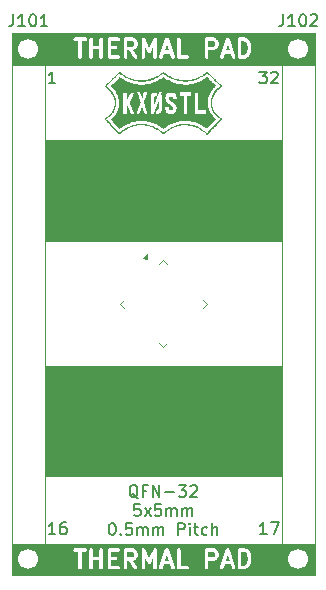
<source format=gto>
G04 #@! TF.GenerationSoftware,KiCad,Pcbnew,9.0.6*
G04 #@! TF.CreationDate,2026-01-02T20:46:07-06:00*
G04 #@! TF.ProjectId,QFN-32_5x5_P0.5,51464e2d-3332-45f3-9578-355f50302e35,rev?*
G04 #@! TF.SameCoordinates,Original*
G04 #@! TF.FileFunction,Legend,Top*
G04 #@! TF.FilePolarity,Positive*
%FSLAX46Y46*%
G04 Gerber Fmt 4.6, Leading zero omitted, Abs format (unit mm)*
G04 Created by KiCad (PCBNEW 9.0.6) date 2026-01-02 20:46:07*
%MOMM*%
%LPD*%
G01*
G04 APERTURE LIST*
G04 Aperture macros list*
%AMRoundRect*
0 Rectangle with rounded corners*
0 $1 Rounding radius*
0 $2 $3 $4 $5 $6 $7 $8 $9 X,Y pos of 4 corners*
0 Add a 4 corners polygon primitive as box body*
4,1,4,$2,$3,$4,$5,$6,$7,$8,$9,$2,$3,0*
0 Add four circle primitives for the rounded corners*
1,1,$1+$1,$2,$3*
1,1,$1+$1,$4,$5*
1,1,$1+$1,$6,$7*
1,1,$1+$1,$8,$9*
0 Add four rect primitives between the rounded corners*
20,1,$1+$1,$2,$3,$4,$5,0*
20,1,$1+$1,$4,$5,$6,$7,0*
20,1,$1+$1,$6,$7,$8,$9,0*
20,1,$1+$1,$8,$9,$2,$3,0*%
%AMRotRect*
0 Rectangle, with rotation*
0 The origin of the aperture is its center*
0 $1 length*
0 $2 width*
0 $3 Rotation angle, in degrees counterclockwise*
0 Add horizontal line*
21,1,$1,$2,0,0,$3*%
G04 Aperture macros list end*
%ADD10C,0.100000*%
%ADD11C,0.200000*%
%ADD12C,0.300000*%
%ADD13C,0.150000*%
%ADD14C,0.120000*%
%ADD15C,0.000000*%
%ADD16RoundRect,0.062500X-0.468458X0.380070X0.380070X-0.468458X0.468458X-0.380070X-0.380070X0.468458X0*%
%ADD17RoundRect,0.062500X-0.468458X-0.380070X-0.380070X-0.468458X0.468458X0.380070X0.380070X0.468458X0*%
%ADD18RotRect,2.500000X2.500000X315.000000*%
%ADD19C,1.700000*%
%ADD20R,1.700000X1.700000*%
G04 APERTURE END LIST*
D10*
X125603000Y-140969750D02*
X130683000Y-140969750D01*
X130683000Y-143637000D01*
X125603000Y-143637000D01*
X125603000Y-140969750D01*
G36*
X125603000Y-140969750D02*
G01*
X130683000Y-140969750D01*
X130683000Y-143637000D01*
X125603000Y-143637000D01*
X125603000Y-140969750D01*
G37*
X130369750Y-99987225D02*
X146168500Y-99987225D01*
X146168500Y-100393625D01*
X130369750Y-100393625D01*
X130369750Y-99987225D01*
G36*
X130369750Y-99987225D02*
G01*
X146168500Y-99987225D01*
X146168500Y-100393625D01*
X130369750Y-100393625D01*
X130369750Y-99987225D01*
G37*
X146041500Y-140969750D02*
X151240000Y-140969750D01*
X151240000Y-143637000D01*
X146041500Y-143637000D01*
X146041500Y-140969750D01*
G36*
X146041500Y-140969750D02*
G01*
X151240000Y-140969750D01*
X151240000Y-143637000D01*
X146041500Y-143637000D01*
X146041500Y-140969750D01*
G37*
X129785500Y-97726375D02*
X146727250Y-97726375D01*
X146727250Y-97954975D01*
X129785500Y-97954975D01*
X129785500Y-97726375D01*
G36*
X129785500Y-97726375D02*
G01*
X146727250Y-97726375D01*
X146727250Y-97954975D01*
X129785500Y-97954975D01*
X129785500Y-97726375D01*
G37*
X130420500Y-140969750D02*
X146473250Y-140969750D01*
X146473250Y-141198100D01*
X130420500Y-141198100D01*
X130420500Y-140969750D01*
G36*
X130420500Y-140969750D02*
G01*
X146473250Y-140969750D01*
X146473250Y-141198100D01*
X130420500Y-141198100D01*
X130420500Y-140969750D01*
G37*
X128369350Y-106807000D02*
X148435350Y-106807000D01*
X148435350Y-115341400D01*
X128369350Y-115341400D01*
X128369350Y-106807000D01*
G36*
X128369350Y-106807000D02*
G01*
X148435350Y-106807000D01*
X148435350Y-115341400D01*
X128369350Y-115341400D01*
X128369350Y-106807000D01*
G37*
X129480750Y-143230600D02*
X147184500Y-143230600D01*
X147184500Y-143637000D01*
X129480750Y-143637000D01*
X129480750Y-143230600D01*
G36*
X129480750Y-143230600D02*
G01*
X147184500Y-143230600D01*
X147184500Y-143637000D01*
X129480750Y-143637000D01*
X129480750Y-143230600D01*
G37*
X128397000Y-125920500D02*
X148463000Y-125920500D01*
X148463000Y-135191500D01*
X128397000Y-135191500D01*
X128397000Y-125920500D01*
G36*
X128397000Y-125920500D02*
G01*
X148463000Y-125920500D01*
X148463000Y-135191500D01*
X128397000Y-135191500D01*
X128397000Y-125920500D01*
G37*
X125603000Y-97726375D02*
X130683000Y-97726375D01*
X130683000Y-100393625D01*
X125603000Y-100393625D01*
X125603000Y-97726375D01*
G36*
X125603000Y-97726375D02*
G01*
X130683000Y-97726375D01*
X130683000Y-100393625D01*
X125603000Y-100393625D01*
X125603000Y-97726375D01*
G37*
X146054250Y-97726375D02*
X151240000Y-97726375D01*
X151240000Y-100393625D01*
X146054250Y-100393625D01*
X146054250Y-97726375D01*
G36*
X146054250Y-97726375D02*
G01*
X151240000Y-97726375D01*
X151240000Y-100393625D01*
X146054250Y-100393625D01*
X146054250Y-97726375D01*
G37*
D11*
X146569517Y-100988594D02*
X147188564Y-100988594D01*
X147188564Y-100988594D02*
X146855231Y-101369546D01*
X146855231Y-101369546D02*
X146998088Y-101369546D01*
X146998088Y-101369546D02*
X147093326Y-101417165D01*
X147093326Y-101417165D02*
X147140945Y-101464784D01*
X147140945Y-101464784D02*
X147188564Y-101560022D01*
X147188564Y-101560022D02*
X147188564Y-101798117D01*
X147188564Y-101798117D02*
X147140945Y-101893355D01*
X147140945Y-101893355D02*
X147093326Y-101940975D01*
X147093326Y-101940975D02*
X146998088Y-101988594D01*
X146998088Y-101988594D02*
X146712374Y-101988594D01*
X146712374Y-101988594D02*
X146617136Y-101940975D01*
X146617136Y-101940975D02*
X146569517Y-101893355D01*
X147569517Y-101083832D02*
X147617136Y-101036213D01*
X147617136Y-101036213D02*
X147712374Y-100988594D01*
X147712374Y-100988594D02*
X147950469Y-100988594D01*
X147950469Y-100988594D02*
X148045707Y-101036213D01*
X148045707Y-101036213D02*
X148093326Y-101083832D01*
X148093326Y-101083832D02*
X148140945Y-101179070D01*
X148140945Y-101179070D02*
X148140945Y-101274308D01*
X148140945Y-101274308D02*
X148093326Y-101417165D01*
X148093326Y-101417165D02*
X147521898Y-101988594D01*
X147521898Y-101988594D02*
X148140945Y-101988594D01*
X147188564Y-140152219D02*
X146617136Y-140152219D01*
X146902850Y-140152219D02*
X146902850Y-139152219D01*
X146902850Y-139152219D02*
X146807612Y-139295076D01*
X146807612Y-139295076D02*
X146712374Y-139390314D01*
X146712374Y-139390314D02*
X146617136Y-139437933D01*
X147521898Y-139152219D02*
X148188564Y-139152219D01*
X148188564Y-139152219D02*
X147759993Y-140152219D01*
X136287142Y-137097138D02*
X136191904Y-137049519D01*
X136191904Y-137049519D02*
X136096666Y-136954281D01*
X136096666Y-136954281D02*
X135953809Y-136811423D01*
X135953809Y-136811423D02*
X135858571Y-136763804D01*
X135858571Y-136763804D02*
X135763333Y-136763804D01*
X135810952Y-137001900D02*
X135715714Y-136954281D01*
X135715714Y-136954281D02*
X135620476Y-136859042D01*
X135620476Y-136859042D02*
X135572857Y-136668566D01*
X135572857Y-136668566D02*
X135572857Y-136335233D01*
X135572857Y-136335233D02*
X135620476Y-136144757D01*
X135620476Y-136144757D02*
X135715714Y-136049519D01*
X135715714Y-136049519D02*
X135810952Y-136001900D01*
X135810952Y-136001900D02*
X136001428Y-136001900D01*
X136001428Y-136001900D02*
X136096666Y-136049519D01*
X136096666Y-136049519D02*
X136191904Y-136144757D01*
X136191904Y-136144757D02*
X136239523Y-136335233D01*
X136239523Y-136335233D02*
X136239523Y-136668566D01*
X136239523Y-136668566D02*
X136191904Y-136859042D01*
X136191904Y-136859042D02*
X136096666Y-136954281D01*
X136096666Y-136954281D02*
X136001428Y-137001900D01*
X136001428Y-137001900D02*
X135810952Y-137001900D01*
X137001428Y-136478090D02*
X136668095Y-136478090D01*
X136668095Y-137001900D02*
X136668095Y-136001900D01*
X136668095Y-136001900D02*
X137144285Y-136001900D01*
X137525238Y-137001900D02*
X137525238Y-136001900D01*
X137525238Y-136001900D02*
X138096666Y-137001900D01*
X138096666Y-137001900D02*
X138096666Y-136001900D01*
X138572857Y-136620947D02*
X139334762Y-136620947D01*
X139715714Y-136001900D02*
X140334761Y-136001900D01*
X140334761Y-136001900D02*
X140001428Y-136382852D01*
X140001428Y-136382852D02*
X140144285Y-136382852D01*
X140144285Y-136382852D02*
X140239523Y-136430471D01*
X140239523Y-136430471D02*
X140287142Y-136478090D01*
X140287142Y-136478090D02*
X140334761Y-136573328D01*
X140334761Y-136573328D02*
X140334761Y-136811423D01*
X140334761Y-136811423D02*
X140287142Y-136906661D01*
X140287142Y-136906661D02*
X140239523Y-136954281D01*
X140239523Y-136954281D02*
X140144285Y-137001900D01*
X140144285Y-137001900D02*
X139858571Y-137001900D01*
X139858571Y-137001900D02*
X139763333Y-136954281D01*
X139763333Y-136954281D02*
X139715714Y-136906661D01*
X140715714Y-136097138D02*
X140763333Y-136049519D01*
X140763333Y-136049519D02*
X140858571Y-136001900D01*
X140858571Y-136001900D02*
X141096666Y-136001900D01*
X141096666Y-136001900D02*
X141191904Y-136049519D01*
X141191904Y-136049519D02*
X141239523Y-136097138D01*
X141239523Y-136097138D02*
X141287142Y-136192376D01*
X141287142Y-136192376D02*
X141287142Y-136287614D01*
X141287142Y-136287614D02*
X141239523Y-136430471D01*
X141239523Y-136430471D02*
X140668095Y-137001900D01*
X140668095Y-137001900D02*
X141287142Y-137001900D01*
X136453809Y-137611844D02*
X135977619Y-137611844D01*
X135977619Y-137611844D02*
X135930000Y-138088034D01*
X135930000Y-138088034D02*
X135977619Y-138040415D01*
X135977619Y-138040415D02*
X136072857Y-137992796D01*
X136072857Y-137992796D02*
X136310952Y-137992796D01*
X136310952Y-137992796D02*
X136406190Y-138040415D01*
X136406190Y-138040415D02*
X136453809Y-138088034D01*
X136453809Y-138088034D02*
X136501428Y-138183272D01*
X136501428Y-138183272D02*
X136501428Y-138421367D01*
X136501428Y-138421367D02*
X136453809Y-138516605D01*
X136453809Y-138516605D02*
X136406190Y-138564225D01*
X136406190Y-138564225D02*
X136310952Y-138611844D01*
X136310952Y-138611844D02*
X136072857Y-138611844D01*
X136072857Y-138611844D02*
X135977619Y-138564225D01*
X135977619Y-138564225D02*
X135930000Y-138516605D01*
X136834762Y-138611844D02*
X137358571Y-137945177D01*
X136834762Y-137945177D02*
X137358571Y-138611844D01*
X138215714Y-137611844D02*
X137739524Y-137611844D01*
X137739524Y-137611844D02*
X137691905Y-138088034D01*
X137691905Y-138088034D02*
X137739524Y-138040415D01*
X137739524Y-138040415D02*
X137834762Y-137992796D01*
X137834762Y-137992796D02*
X138072857Y-137992796D01*
X138072857Y-137992796D02*
X138168095Y-138040415D01*
X138168095Y-138040415D02*
X138215714Y-138088034D01*
X138215714Y-138088034D02*
X138263333Y-138183272D01*
X138263333Y-138183272D02*
X138263333Y-138421367D01*
X138263333Y-138421367D02*
X138215714Y-138516605D01*
X138215714Y-138516605D02*
X138168095Y-138564225D01*
X138168095Y-138564225D02*
X138072857Y-138611844D01*
X138072857Y-138611844D02*
X137834762Y-138611844D01*
X137834762Y-138611844D02*
X137739524Y-138564225D01*
X137739524Y-138564225D02*
X137691905Y-138516605D01*
X138691905Y-138611844D02*
X138691905Y-137945177D01*
X138691905Y-138040415D02*
X138739524Y-137992796D01*
X138739524Y-137992796D02*
X138834762Y-137945177D01*
X138834762Y-137945177D02*
X138977619Y-137945177D01*
X138977619Y-137945177D02*
X139072857Y-137992796D01*
X139072857Y-137992796D02*
X139120476Y-138088034D01*
X139120476Y-138088034D02*
X139120476Y-138611844D01*
X139120476Y-138088034D02*
X139168095Y-137992796D01*
X139168095Y-137992796D02*
X139263333Y-137945177D01*
X139263333Y-137945177D02*
X139406190Y-137945177D01*
X139406190Y-137945177D02*
X139501429Y-137992796D01*
X139501429Y-137992796D02*
X139549048Y-138088034D01*
X139549048Y-138088034D02*
X139549048Y-138611844D01*
X140025238Y-138611844D02*
X140025238Y-137945177D01*
X140025238Y-138040415D02*
X140072857Y-137992796D01*
X140072857Y-137992796D02*
X140168095Y-137945177D01*
X140168095Y-137945177D02*
X140310952Y-137945177D01*
X140310952Y-137945177D02*
X140406190Y-137992796D01*
X140406190Y-137992796D02*
X140453809Y-138088034D01*
X140453809Y-138088034D02*
X140453809Y-138611844D01*
X140453809Y-138088034D02*
X140501428Y-137992796D01*
X140501428Y-137992796D02*
X140596666Y-137945177D01*
X140596666Y-137945177D02*
X140739523Y-137945177D01*
X140739523Y-137945177D02*
X140834762Y-137992796D01*
X140834762Y-137992796D02*
X140882381Y-138088034D01*
X140882381Y-138088034D02*
X140882381Y-138611844D01*
X134049048Y-139221788D02*
X134144286Y-139221788D01*
X134144286Y-139221788D02*
X134239524Y-139269407D01*
X134239524Y-139269407D02*
X134287143Y-139317026D01*
X134287143Y-139317026D02*
X134334762Y-139412264D01*
X134334762Y-139412264D02*
X134382381Y-139602740D01*
X134382381Y-139602740D02*
X134382381Y-139840835D01*
X134382381Y-139840835D02*
X134334762Y-140031311D01*
X134334762Y-140031311D02*
X134287143Y-140126549D01*
X134287143Y-140126549D02*
X134239524Y-140174169D01*
X134239524Y-140174169D02*
X134144286Y-140221788D01*
X134144286Y-140221788D02*
X134049048Y-140221788D01*
X134049048Y-140221788D02*
X133953810Y-140174169D01*
X133953810Y-140174169D02*
X133906191Y-140126549D01*
X133906191Y-140126549D02*
X133858572Y-140031311D01*
X133858572Y-140031311D02*
X133810953Y-139840835D01*
X133810953Y-139840835D02*
X133810953Y-139602740D01*
X133810953Y-139602740D02*
X133858572Y-139412264D01*
X133858572Y-139412264D02*
X133906191Y-139317026D01*
X133906191Y-139317026D02*
X133953810Y-139269407D01*
X133953810Y-139269407D02*
X134049048Y-139221788D01*
X134810953Y-140126549D02*
X134858572Y-140174169D01*
X134858572Y-140174169D02*
X134810953Y-140221788D01*
X134810953Y-140221788D02*
X134763334Y-140174169D01*
X134763334Y-140174169D02*
X134810953Y-140126549D01*
X134810953Y-140126549D02*
X134810953Y-140221788D01*
X135763333Y-139221788D02*
X135287143Y-139221788D01*
X135287143Y-139221788D02*
X135239524Y-139697978D01*
X135239524Y-139697978D02*
X135287143Y-139650359D01*
X135287143Y-139650359D02*
X135382381Y-139602740D01*
X135382381Y-139602740D02*
X135620476Y-139602740D01*
X135620476Y-139602740D02*
X135715714Y-139650359D01*
X135715714Y-139650359D02*
X135763333Y-139697978D01*
X135763333Y-139697978D02*
X135810952Y-139793216D01*
X135810952Y-139793216D02*
X135810952Y-140031311D01*
X135810952Y-140031311D02*
X135763333Y-140126549D01*
X135763333Y-140126549D02*
X135715714Y-140174169D01*
X135715714Y-140174169D02*
X135620476Y-140221788D01*
X135620476Y-140221788D02*
X135382381Y-140221788D01*
X135382381Y-140221788D02*
X135287143Y-140174169D01*
X135287143Y-140174169D02*
X135239524Y-140126549D01*
X136239524Y-140221788D02*
X136239524Y-139555121D01*
X136239524Y-139650359D02*
X136287143Y-139602740D01*
X136287143Y-139602740D02*
X136382381Y-139555121D01*
X136382381Y-139555121D02*
X136525238Y-139555121D01*
X136525238Y-139555121D02*
X136620476Y-139602740D01*
X136620476Y-139602740D02*
X136668095Y-139697978D01*
X136668095Y-139697978D02*
X136668095Y-140221788D01*
X136668095Y-139697978D02*
X136715714Y-139602740D01*
X136715714Y-139602740D02*
X136810952Y-139555121D01*
X136810952Y-139555121D02*
X136953809Y-139555121D01*
X136953809Y-139555121D02*
X137049048Y-139602740D01*
X137049048Y-139602740D02*
X137096667Y-139697978D01*
X137096667Y-139697978D02*
X137096667Y-140221788D01*
X137572857Y-140221788D02*
X137572857Y-139555121D01*
X137572857Y-139650359D02*
X137620476Y-139602740D01*
X137620476Y-139602740D02*
X137715714Y-139555121D01*
X137715714Y-139555121D02*
X137858571Y-139555121D01*
X137858571Y-139555121D02*
X137953809Y-139602740D01*
X137953809Y-139602740D02*
X138001428Y-139697978D01*
X138001428Y-139697978D02*
X138001428Y-140221788D01*
X138001428Y-139697978D02*
X138049047Y-139602740D01*
X138049047Y-139602740D02*
X138144285Y-139555121D01*
X138144285Y-139555121D02*
X138287142Y-139555121D01*
X138287142Y-139555121D02*
X138382381Y-139602740D01*
X138382381Y-139602740D02*
X138430000Y-139697978D01*
X138430000Y-139697978D02*
X138430000Y-140221788D01*
X139668095Y-140221788D02*
X139668095Y-139221788D01*
X139668095Y-139221788D02*
X140049047Y-139221788D01*
X140049047Y-139221788D02*
X140144285Y-139269407D01*
X140144285Y-139269407D02*
X140191904Y-139317026D01*
X140191904Y-139317026D02*
X140239523Y-139412264D01*
X140239523Y-139412264D02*
X140239523Y-139555121D01*
X140239523Y-139555121D02*
X140191904Y-139650359D01*
X140191904Y-139650359D02*
X140144285Y-139697978D01*
X140144285Y-139697978D02*
X140049047Y-139745597D01*
X140049047Y-139745597D02*
X139668095Y-139745597D01*
X140668095Y-140221788D02*
X140668095Y-139555121D01*
X140668095Y-139221788D02*
X140620476Y-139269407D01*
X140620476Y-139269407D02*
X140668095Y-139317026D01*
X140668095Y-139317026D02*
X140715714Y-139269407D01*
X140715714Y-139269407D02*
X140668095Y-139221788D01*
X140668095Y-139221788D02*
X140668095Y-139317026D01*
X141001428Y-139555121D02*
X141382380Y-139555121D01*
X141144285Y-139221788D02*
X141144285Y-140078930D01*
X141144285Y-140078930D02*
X141191904Y-140174169D01*
X141191904Y-140174169D02*
X141287142Y-140221788D01*
X141287142Y-140221788D02*
X141382380Y-140221788D01*
X142144285Y-140174169D02*
X142049047Y-140221788D01*
X142049047Y-140221788D02*
X141858571Y-140221788D01*
X141858571Y-140221788D02*
X141763333Y-140174169D01*
X141763333Y-140174169D02*
X141715714Y-140126549D01*
X141715714Y-140126549D02*
X141668095Y-140031311D01*
X141668095Y-140031311D02*
X141668095Y-139745597D01*
X141668095Y-139745597D02*
X141715714Y-139650359D01*
X141715714Y-139650359D02*
X141763333Y-139602740D01*
X141763333Y-139602740D02*
X141858571Y-139555121D01*
X141858571Y-139555121D02*
X142049047Y-139555121D01*
X142049047Y-139555121D02*
X142144285Y-139602740D01*
X142572857Y-140221788D02*
X142572857Y-139221788D01*
X143001428Y-140221788D02*
X143001428Y-139697978D01*
X143001428Y-139697978D02*
X142953809Y-139602740D01*
X142953809Y-139602740D02*
X142858571Y-139555121D01*
X142858571Y-139555121D02*
X142715714Y-139555121D01*
X142715714Y-139555121D02*
X142620476Y-139602740D01*
X142620476Y-139602740D02*
X142572857Y-139650359D01*
D12*
G36*
X145376186Y-141684236D02*
G01*
X145476793Y-141784843D01*
X145529972Y-141891202D01*
X145592928Y-142143023D01*
X145592928Y-142320382D01*
X145529972Y-142572203D01*
X145476793Y-142678563D01*
X145376187Y-142779169D01*
X145218585Y-142831703D01*
X145035785Y-142831703D01*
X145035785Y-141631703D01*
X145218588Y-141631703D01*
X145376186Y-141684236D01*
G37*
G36*
X135868361Y-141676410D02*
G01*
X135905365Y-141713414D01*
X135950071Y-141802826D01*
X135950071Y-141946293D01*
X135905364Y-142035706D01*
X135868359Y-142072711D01*
X135778947Y-142117417D01*
X135392928Y-142117417D01*
X135392928Y-141631703D01*
X135778947Y-141631703D01*
X135868361Y-141676410D01*
G37*
G36*
X138891959Y-142403132D02*
G01*
X138593900Y-142403132D01*
X138742929Y-141956044D01*
X138891959Y-142403132D01*
G37*
G36*
X144034816Y-142403132D02*
G01*
X143736757Y-142403132D01*
X143885786Y-141956044D01*
X144034816Y-142403132D01*
G37*
G36*
X142725504Y-141676410D02*
G01*
X142762508Y-141713414D01*
X142807214Y-141802826D01*
X142807214Y-141946293D01*
X142762507Y-142035706D01*
X142725502Y-142072711D01*
X142636090Y-142117417D01*
X142250071Y-142117417D01*
X142250071Y-141631703D01*
X142636090Y-141631703D01*
X142725504Y-141676410D01*
G37*
G36*
X146059595Y-143298370D02*
G01*
X130643429Y-143298370D01*
X130643429Y-141452439D01*
X130810096Y-141452439D01*
X130810096Y-141510967D01*
X130832494Y-141565039D01*
X130873878Y-141606423D01*
X130927950Y-141628821D01*
X130957214Y-141631703D01*
X131235785Y-141631703D01*
X131235785Y-142981703D01*
X131238667Y-143010967D01*
X131261065Y-143065039D01*
X131302449Y-143106423D01*
X131356521Y-143128821D01*
X131415049Y-143128821D01*
X131469121Y-143106423D01*
X131510505Y-143065039D01*
X131532903Y-143010967D01*
X131535785Y-142981703D01*
X131535785Y-141631703D01*
X131814357Y-141631703D01*
X131843621Y-141628821D01*
X131897693Y-141606423D01*
X131939077Y-141565039D01*
X131961475Y-141510967D01*
X131961475Y-141481703D01*
X132164356Y-141481703D01*
X132164356Y-142981703D01*
X132167238Y-143010967D01*
X132189636Y-143065039D01*
X132231020Y-143106423D01*
X132285092Y-143128821D01*
X132343620Y-143128821D01*
X132397692Y-143106423D01*
X132439076Y-143065039D01*
X132461474Y-143010967D01*
X132464356Y-142981703D01*
X132464356Y-142345989D01*
X133021499Y-142345989D01*
X133021499Y-142981703D01*
X133024381Y-143010967D01*
X133046779Y-143065039D01*
X133088163Y-143106423D01*
X133142235Y-143128821D01*
X133200763Y-143128821D01*
X133254835Y-143106423D01*
X133296219Y-143065039D01*
X133318617Y-143010967D01*
X133321499Y-142981703D01*
X133321499Y-141481703D01*
X133735785Y-141481703D01*
X133735785Y-142981703D01*
X133738667Y-143010967D01*
X133761065Y-143065039D01*
X133802449Y-143106423D01*
X133856521Y-143128821D01*
X133885785Y-143131703D01*
X134600071Y-143131703D01*
X134629335Y-143128821D01*
X134683407Y-143106423D01*
X134724791Y-143065039D01*
X134747189Y-143010967D01*
X134747189Y-142952439D01*
X134724791Y-142898367D01*
X134683407Y-142856983D01*
X134629335Y-142834585D01*
X134600071Y-142831703D01*
X134035785Y-142831703D01*
X134035785Y-142345989D01*
X134385785Y-142345989D01*
X134415049Y-142343107D01*
X134469121Y-142320709D01*
X134510505Y-142279325D01*
X134532903Y-142225253D01*
X134532903Y-142166725D01*
X134510505Y-142112653D01*
X134469121Y-142071269D01*
X134415049Y-142048871D01*
X134385785Y-142045989D01*
X134035785Y-142045989D01*
X134035785Y-141631703D01*
X134600071Y-141631703D01*
X134629335Y-141628821D01*
X134683407Y-141606423D01*
X134724791Y-141565039D01*
X134747189Y-141510967D01*
X134747189Y-141481703D01*
X135092928Y-141481703D01*
X135092928Y-142981703D01*
X135095810Y-143010967D01*
X135118208Y-143065039D01*
X135159592Y-143106423D01*
X135213664Y-143128821D01*
X135272192Y-143128821D01*
X135326264Y-143106423D01*
X135367648Y-143065039D01*
X135390046Y-143010967D01*
X135392928Y-142981703D01*
X135392928Y-142417417D01*
X135521973Y-142417417D01*
X135977186Y-143067722D01*
X135996329Y-143090044D01*
X136045686Y-143121497D01*
X136103322Y-143131668D01*
X136160464Y-143119009D01*
X136208412Y-143085445D01*
X136239865Y-143036088D01*
X136250036Y-142978452D01*
X136237377Y-142921310D01*
X136222956Y-142895684D01*
X135878004Y-142402895D01*
X135881439Y-142401581D01*
X136024296Y-142330153D01*
X136036889Y-142322225D01*
X136040549Y-142320710D01*
X136044668Y-142317328D01*
X136049182Y-142314488D01*
X136051778Y-142311494D01*
X136063280Y-142302055D01*
X136134709Y-142230626D01*
X136144150Y-142219121D01*
X136147142Y-142216527D01*
X136149980Y-142212017D01*
X136153364Y-142207895D01*
X136154880Y-142204233D01*
X136162807Y-142191642D01*
X136234235Y-142048784D01*
X136244745Y-142021321D01*
X136245126Y-142015945D01*
X136247189Y-142010967D01*
X136250071Y-141981703D01*
X136250071Y-141767417D01*
X136247189Y-141738153D01*
X136245126Y-141733174D01*
X136244745Y-141727799D01*
X136234235Y-141700336D01*
X136162807Y-141557478D01*
X136154878Y-141544883D01*
X136153363Y-141541224D01*
X136149981Y-141537103D01*
X136147142Y-141532593D01*
X136144150Y-141529998D01*
X136134708Y-141518493D01*
X136097917Y-141481703D01*
X136592928Y-141481703D01*
X136592928Y-142981703D01*
X136595810Y-143010967D01*
X136618208Y-143065039D01*
X136659592Y-143106423D01*
X136713664Y-143128821D01*
X136772192Y-143128821D01*
X136826264Y-143106423D01*
X136867648Y-143065039D01*
X136890046Y-143010967D01*
X136892928Y-142981703D01*
X136892928Y-142157836D01*
X137107001Y-142616565D01*
X137113347Y-142627278D01*
X137114668Y-142630910D01*
X137117019Y-142633478D01*
X137121988Y-142641865D01*
X137138793Y-142657255D01*
X137154195Y-142674073D01*
X137160238Y-142676893D01*
X137165151Y-142681392D01*
X137186571Y-142689181D01*
X137207233Y-142698823D01*
X137213890Y-142699115D01*
X137220153Y-142701393D01*
X137242932Y-142700392D01*
X137265703Y-142701393D01*
X137271962Y-142699116D01*
X137278624Y-142698824D01*
X137299291Y-142689179D01*
X137320706Y-142681392D01*
X137325619Y-142676892D01*
X137331661Y-142674073D01*
X137347056Y-142657260D01*
X137363869Y-142641865D01*
X137368837Y-142633476D01*
X137371188Y-142630910D01*
X137372507Y-142627280D01*
X137378855Y-142616565D01*
X137592928Y-142157837D01*
X137592928Y-142981703D01*
X137595810Y-143010967D01*
X137618208Y-143065039D01*
X137659592Y-143106423D01*
X137713664Y-143128821D01*
X137772192Y-143128821D01*
X137826264Y-143106423D01*
X137867648Y-143065039D01*
X137890046Y-143010967D01*
X137892928Y-142981703D01*
X137892928Y-142962942D01*
X138094107Y-142962942D01*
X138098256Y-143021323D01*
X138124430Y-143073670D01*
X138168644Y-143112017D01*
X138224168Y-143130525D01*
X138282549Y-143126376D01*
X138334896Y-143100202D01*
X138373243Y-143055988D01*
X138385231Y-143029137D01*
X138493900Y-142703132D01*
X138991959Y-142703132D01*
X139100627Y-143029137D01*
X139112615Y-143055988D01*
X139150962Y-143100203D01*
X139203310Y-143126376D01*
X139261690Y-143130526D01*
X139317214Y-143112017D01*
X139361428Y-143073670D01*
X139387602Y-143021323D01*
X139391752Y-142962943D01*
X139385232Y-142934269D01*
X138901042Y-141481703D01*
X139592928Y-141481703D01*
X139592928Y-142981703D01*
X139595810Y-143010967D01*
X139618208Y-143065039D01*
X139659592Y-143106423D01*
X139713664Y-143128821D01*
X139742928Y-143131703D01*
X140457214Y-143131703D01*
X140486478Y-143128821D01*
X140540550Y-143106423D01*
X140581934Y-143065039D01*
X140604332Y-143010967D01*
X140604332Y-142952439D01*
X140581934Y-142898367D01*
X140540550Y-142856983D01*
X140486478Y-142834585D01*
X140457214Y-142831703D01*
X139892928Y-142831703D01*
X139892928Y-141481703D01*
X141950071Y-141481703D01*
X141950071Y-142981703D01*
X141952953Y-143010967D01*
X141975351Y-143065039D01*
X142016735Y-143106423D01*
X142070807Y-143128821D01*
X142129335Y-143128821D01*
X142183407Y-143106423D01*
X142224791Y-143065039D01*
X142247189Y-143010967D01*
X142250071Y-142981703D01*
X142250071Y-142962942D01*
X143236964Y-142962942D01*
X143241113Y-143021323D01*
X143267287Y-143073670D01*
X143311501Y-143112017D01*
X143367025Y-143130525D01*
X143425406Y-143126376D01*
X143477753Y-143100202D01*
X143516100Y-143055988D01*
X143528088Y-143029137D01*
X143636757Y-142703132D01*
X144134816Y-142703132D01*
X144243484Y-143029137D01*
X144255472Y-143055988D01*
X144293819Y-143100203D01*
X144346167Y-143126376D01*
X144404547Y-143130526D01*
X144460071Y-143112017D01*
X144504285Y-143073670D01*
X144530459Y-143021323D01*
X144534609Y-142962943D01*
X144528089Y-142934269D01*
X144043899Y-141481703D01*
X144735785Y-141481703D01*
X144735785Y-142981703D01*
X144738667Y-143010967D01*
X144761065Y-143065039D01*
X144802449Y-143106423D01*
X144856521Y-143128821D01*
X144885785Y-143131703D01*
X145242928Y-143131703D01*
X145257733Y-143130244D01*
X145261688Y-143130526D01*
X145266889Y-143129343D01*
X145272192Y-143128821D01*
X145275849Y-143127305D01*
X145290362Y-143124006D01*
X145504648Y-143052578D01*
X145531499Y-143040590D01*
X145535570Y-143037058D01*
X145540550Y-143034996D01*
X145563280Y-143016341D01*
X145706137Y-142873483D01*
X145715575Y-142861981D01*
X145718570Y-142859385D01*
X145721410Y-142854871D01*
X145724792Y-142850752D01*
X145726307Y-142847092D01*
X145734235Y-142834499D01*
X145805664Y-142691643D01*
X145806483Y-142689500D01*
X145807128Y-142688631D01*
X145811512Y-142676359D01*
X145816173Y-142664179D01*
X145816249Y-142663098D01*
X145817021Y-142660940D01*
X145888449Y-142375226D01*
X145889198Y-142370154D01*
X145890046Y-142368110D01*
X145891131Y-142357087D01*
X145892751Y-142346137D01*
X145892425Y-142343949D01*
X145892928Y-142338846D01*
X145892928Y-142124560D01*
X145892425Y-142119456D01*
X145892751Y-142117269D01*
X145891131Y-142106318D01*
X145890046Y-142095296D01*
X145889198Y-142093251D01*
X145888449Y-142088180D01*
X145817021Y-141802466D01*
X145816249Y-141800307D01*
X145816173Y-141799227D01*
X145811512Y-141787046D01*
X145807128Y-141774775D01*
X145806483Y-141773905D01*
X145805664Y-141771763D01*
X145734235Y-141628907D01*
X145726308Y-141616315D01*
X145724792Y-141612653D01*
X145721408Y-141608530D01*
X145718570Y-141604021D01*
X145715577Y-141601425D01*
X145706137Y-141589923D01*
X145563280Y-141447066D01*
X145540549Y-141428411D01*
X145535569Y-141426348D01*
X145531499Y-141422818D01*
X145504648Y-141410829D01*
X145290362Y-141339401D01*
X145275854Y-141336102D01*
X145272192Y-141334585D01*
X145266883Y-141334062D01*
X145261689Y-141332881D01*
X145257739Y-141333161D01*
X145242928Y-141331703D01*
X144885785Y-141331703D01*
X144856521Y-141334585D01*
X144802449Y-141356983D01*
X144761065Y-141398367D01*
X144738667Y-141452439D01*
X144735785Y-141481703D01*
X144043899Y-141481703D01*
X144028088Y-141434269D01*
X144016100Y-141407418D01*
X144009077Y-141399321D01*
X144004285Y-141389736D01*
X143990076Y-141377412D01*
X143977753Y-141363204D01*
X143968167Y-141358411D01*
X143960071Y-141351389D01*
X143942227Y-141345440D01*
X143925406Y-141337030D01*
X143914717Y-141336270D01*
X143904547Y-141332880D01*
X143885781Y-141334213D01*
X143867025Y-141332881D01*
X143856857Y-141336270D01*
X143846167Y-141337030D01*
X143829343Y-141345441D01*
X143811501Y-141351389D01*
X143803406Y-141358409D01*
X143793819Y-141363203D01*
X143781493Y-141377414D01*
X143767287Y-141389736D01*
X143762494Y-141399320D01*
X143755472Y-141407418D01*
X143743484Y-141434269D01*
X143243484Y-142934269D01*
X143236964Y-142962942D01*
X142250071Y-142962942D01*
X142250071Y-142417417D01*
X142671500Y-142417417D01*
X142700764Y-142414535D01*
X142705742Y-142412472D01*
X142711118Y-142412091D01*
X142738582Y-142401581D01*
X142881439Y-142330153D01*
X142894032Y-142322225D01*
X142897692Y-142320710D01*
X142901811Y-142317328D01*
X142906325Y-142314488D01*
X142908921Y-142311494D01*
X142920423Y-142302055D01*
X142991852Y-142230626D01*
X143001293Y-142219121D01*
X143004285Y-142216527D01*
X143007123Y-142212017D01*
X143010507Y-142207895D01*
X143012023Y-142204233D01*
X143019950Y-142191642D01*
X143091378Y-142048784D01*
X143101888Y-142021321D01*
X143102269Y-142015945D01*
X143104332Y-142010967D01*
X143107214Y-141981703D01*
X143107214Y-141767417D01*
X143104332Y-141738153D01*
X143102269Y-141733174D01*
X143101888Y-141727799D01*
X143091378Y-141700336D01*
X143019950Y-141557478D01*
X143012021Y-141544883D01*
X143010506Y-141541224D01*
X143007124Y-141537103D01*
X143004285Y-141532593D01*
X143001293Y-141529998D01*
X142991851Y-141518493D01*
X142920422Y-141447065D01*
X142908922Y-141437627D01*
X142906325Y-141434633D01*
X142901808Y-141431790D01*
X142897691Y-141428411D01*
X142894034Y-141426896D01*
X142881439Y-141418968D01*
X142738582Y-141347539D01*
X142711119Y-141337030D01*
X142705744Y-141336648D01*
X142700764Y-141334585D01*
X142671500Y-141331703D01*
X142100071Y-141331703D01*
X142070807Y-141334585D01*
X142016735Y-141356983D01*
X141975351Y-141398367D01*
X141952953Y-141452439D01*
X141950071Y-141481703D01*
X139892928Y-141481703D01*
X139890046Y-141452439D01*
X139867648Y-141398367D01*
X139826264Y-141356983D01*
X139772192Y-141334585D01*
X139713664Y-141334585D01*
X139659592Y-141356983D01*
X139618208Y-141398367D01*
X139595810Y-141452439D01*
X139592928Y-141481703D01*
X138901042Y-141481703D01*
X138885231Y-141434269D01*
X138873243Y-141407418D01*
X138866220Y-141399321D01*
X138861428Y-141389736D01*
X138847219Y-141377412D01*
X138834896Y-141363204D01*
X138825310Y-141358411D01*
X138817214Y-141351389D01*
X138799370Y-141345440D01*
X138782549Y-141337030D01*
X138771860Y-141336270D01*
X138761690Y-141332880D01*
X138742924Y-141334213D01*
X138724168Y-141332881D01*
X138714000Y-141336270D01*
X138703310Y-141337030D01*
X138686486Y-141345441D01*
X138668644Y-141351389D01*
X138660549Y-141358409D01*
X138650962Y-141363203D01*
X138638636Y-141377414D01*
X138624430Y-141389736D01*
X138619637Y-141399320D01*
X138612615Y-141407418D01*
X138600627Y-141434269D01*
X138100627Y-142934269D01*
X138094107Y-142962942D01*
X137892928Y-142962942D01*
X137892928Y-141481703D01*
X137891033Y-141462465D01*
X137891189Y-141458927D01*
X137890497Y-141457026D01*
X137890046Y-141452439D01*
X137880085Y-141428393D01*
X137871188Y-141403925D01*
X137868928Y-141401457D01*
X137867648Y-141398367D01*
X137849250Y-141379969D01*
X137831661Y-141360762D01*
X137828627Y-141359346D01*
X137826264Y-141356983D01*
X137802233Y-141347029D01*
X137778624Y-141336011D01*
X137775279Y-141335864D01*
X137772192Y-141334585D01*
X137746168Y-141334585D01*
X137720153Y-141333442D01*
X137717010Y-141334585D01*
X137713664Y-141334585D01*
X137689611Y-141344548D01*
X137665151Y-141353443D01*
X137662683Y-141355702D01*
X137659592Y-141356983D01*
X137641183Y-141375391D01*
X137621988Y-141392970D01*
X137619638Y-141396936D01*
X137618208Y-141398367D01*
X137616852Y-141401639D01*
X137607001Y-141418270D01*
X137242928Y-142198426D01*
X136878855Y-141418270D01*
X136869001Y-141401635D01*
X136867648Y-141398367D01*
X136866219Y-141396938D01*
X136863869Y-141392970D01*
X136844661Y-141375380D01*
X136826264Y-141356983D01*
X136823173Y-141355702D01*
X136820706Y-141353443D01*
X136796240Y-141344546D01*
X136772192Y-141334585D01*
X136768846Y-141334585D01*
X136765703Y-141333442D01*
X136739699Y-141334585D01*
X136713664Y-141334585D01*
X136710573Y-141335865D01*
X136707233Y-141336012D01*
X136683637Y-141347022D01*
X136659592Y-141356983D01*
X136657228Y-141359346D01*
X136654195Y-141360762D01*
X136636605Y-141379969D01*
X136618208Y-141398367D01*
X136616927Y-141401457D01*
X136614668Y-141403925D01*
X136605771Y-141428390D01*
X136595810Y-141452439D01*
X136595358Y-141457027D01*
X136594667Y-141458928D01*
X136594822Y-141462466D01*
X136592928Y-141481703D01*
X136097917Y-141481703D01*
X136063279Y-141447065D01*
X136051779Y-141437627D01*
X136049182Y-141434633D01*
X136044665Y-141431790D01*
X136040548Y-141428411D01*
X136036891Y-141426896D01*
X136024296Y-141418968D01*
X135881439Y-141347539D01*
X135853976Y-141337030D01*
X135848601Y-141336648D01*
X135843621Y-141334585D01*
X135814357Y-141331703D01*
X135242928Y-141331703D01*
X135213664Y-141334585D01*
X135159592Y-141356983D01*
X135118208Y-141398367D01*
X135095810Y-141452439D01*
X135092928Y-141481703D01*
X134747189Y-141481703D01*
X134747189Y-141452439D01*
X134724791Y-141398367D01*
X134683407Y-141356983D01*
X134629335Y-141334585D01*
X134600071Y-141331703D01*
X133885785Y-141331703D01*
X133856521Y-141334585D01*
X133802449Y-141356983D01*
X133761065Y-141398367D01*
X133738667Y-141452439D01*
X133735785Y-141481703D01*
X133321499Y-141481703D01*
X133318617Y-141452439D01*
X133296219Y-141398367D01*
X133254835Y-141356983D01*
X133200763Y-141334585D01*
X133142235Y-141334585D01*
X133088163Y-141356983D01*
X133046779Y-141398367D01*
X133024381Y-141452439D01*
X133021499Y-141481703D01*
X133021499Y-142045989D01*
X132464356Y-142045989D01*
X132464356Y-141481703D01*
X132461474Y-141452439D01*
X132439076Y-141398367D01*
X132397692Y-141356983D01*
X132343620Y-141334585D01*
X132285092Y-141334585D01*
X132231020Y-141356983D01*
X132189636Y-141398367D01*
X132167238Y-141452439D01*
X132164356Y-141481703D01*
X131961475Y-141481703D01*
X131961475Y-141452439D01*
X131939077Y-141398367D01*
X131897693Y-141356983D01*
X131843621Y-141334585D01*
X131814357Y-141331703D01*
X130957214Y-141331703D01*
X130927950Y-141334585D01*
X130873878Y-141356983D01*
X130832494Y-141398367D01*
X130810096Y-141452439D01*
X130643429Y-141452439D01*
X130643429Y-141165036D01*
X146059595Y-141165036D01*
X146059595Y-143298370D01*
G37*
G36*
X145376186Y-98440861D02*
G01*
X145476793Y-98541468D01*
X145529972Y-98647827D01*
X145592928Y-98899648D01*
X145592928Y-99077007D01*
X145529972Y-99328828D01*
X145476793Y-99435188D01*
X145376187Y-99535794D01*
X145218585Y-99588328D01*
X145035785Y-99588328D01*
X145035785Y-98388328D01*
X145218588Y-98388328D01*
X145376186Y-98440861D01*
G37*
G36*
X135868361Y-98433035D02*
G01*
X135905365Y-98470039D01*
X135950071Y-98559451D01*
X135950071Y-98702918D01*
X135905364Y-98792331D01*
X135868359Y-98829336D01*
X135778947Y-98874042D01*
X135392928Y-98874042D01*
X135392928Y-98388328D01*
X135778947Y-98388328D01*
X135868361Y-98433035D01*
G37*
G36*
X138891959Y-99159757D02*
G01*
X138593900Y-99159757D01*
X138742929Y-98712669D01*
X138891959Y-99159757D01*
G37*
G36*
X144034816Y-99159757D02*
G01*
X143736757Y-99159757D01*
X143885786Y-98712669D01*
X144034816Y-99159757D01*
G37*
G36*
X142725504Y-98433035D02*
G01*
X142762508Y-98470039D01*
X142807214Y-98559451D01*
X142807214Y-98702918D01*
X142762507Y-98792331D01*
X142725502Y-98829336D01*
X142636090Y-98874042D01*
X142250071Y-98874042D01*
X142250071Y-98388328D01*
X142636090Y-98388328D01*
X142725504Y-98433035D01*
G37*
G36*
X146059595Y-100054995D02*
G01*
X130643429Y-100054995D01*
X130643429Y-98209064D01*
X130810096Y-98209064D01*
X130810096Y-98267592D01*
X130832494Y-98321664D01*
X130873878Y-98363048D01*
X130927950Y-98385446D01*
X130957214Y-98388328D01*
X131235785Y-98388328D01*
X131235785Y-99738328D01*
X131238667Y-99767592D01*
X131261065Y-99821664D01*
X131302449Y-99863048D01*
X131356521Y-99885446D01*
X131415049Y-99885446D01*
X131469121Y-99863048D01*
X131510505Y-99821664D01*
X131532903Y-99767592D01*
X131535785Y-99738328D01*
X131535785Y-98388328D01*
X131814357Y-98388328D01*
X131843621Y-98385446D01*
X131897693Y-98363048D01*
X131939077Y-98321664D01*
X131961475Y-98267592D01*
X131961475Y-98238328D01*
X132164356Y-98238328D01*
X132164356Y-99738328D01*
X132167238Y-99767592D01*
X132189636Y-99821664D01*
X132231020Y-99863048D01*
X132285092Y-99885446D01*
X132343620Y-99885446D01*
X132397692Y-99863048D01*
X132439076Y-99821664D01*
X132461474Y-99767592D01*
X132464356Y-99738328D01*
X132464356Y-99102614D01*
X133021499Y-99102614D01*
X133021499Y-99738328D01*
X133024381Y-99767592D01*
X133046779Y-99821664D01*
X133088163Y-99863048D01*
X133142235Y-99885446D01*
X133200763Y-99885446D01*
X133254835Y-99863048D01*
X133296219Y-99821664D01*
X133318617Y-99767592D01*
X133321499Y-99738328D01*
X133321499Y-98238328D01*
X133735785Y-98238328D01*
X133735785Y-99738328D01*
X133738667Y-99767592D01*
X133761065Y-99821664D01*
X133802449Y-99863048D01*
X133856521Y-99885446D01*
X133885785Y-99888328D01*
X134600071Y-99888328D01*
X134629335Y-99885446D01*
X134683407Y-99863048D01*
X134724791Y-99821664D01*
X134747189Y-99767592D01*
X134747189Y-99709064D01*
X134724791Y-99654992D01*
X134683407Y-99613608D01*
X134629335Y-99591210D01*
X134600071Y-99588328D01*
X134035785Y-99588328D01*
X134035785Y-99102614D01*
X134385785Y-99102614D01*
X134415049Y-99099732D01*
X134469121Y-99077334D01*
X134510505Y-99035950D01*
X134532903Y-98981878D01*
X134532903Y-98923350D01*
X134510505Y-98869278D01*
X134469121Y-98827894D01*
X134415049Y-98805496D01*
X134385785Y-98802614D01*
X134035785Y-98802614D01*
X134035785Y-98388328D01*
X134600071Y-98388328D01*
X134629335Y-98385446D01*
X134683407Y-98363048D01*
X134724791Y-98321664D01*
X134747189Y-98267592D01*
X134747189Y-98238328D01*
X135092928Y-98238328D01*
X135092928Y-99738328D01*
X135095810Y-99767592D01*
X135118208Y-99821664D01*
X135159592Y-99863048D01*
X135213664Y-99885446D01*
X135272192Y-99885446D01*
X135326264Y-99863048D01*
X135367648Y-99821664D01*
X135390046Y-99767592D01*
X135392928Y-99738328D01*
X135392928Y-99174042D01*
X135521973Y-99174042D01*
X135977186Y-99824347D01*
X135996329Y-99846669D01*
X136045686Y-99878122D01*
X136103322Y-99888293D01*
X136160464Y-99875634D01*
X136208412Y-99842070D01*
X136239865Y-99792713D01*
X136250036Y-99735077D01*
X136237377Y-99677935D01*
X136222956Y-99652309D01*
X135878004Y-99159520D01*
X135881439Y-99158206D01*
X136024296Y-99086778D01*
X136036889Y-99078850D01*
X136040549Y-99077335D01*
X136044668Y-99073953D01*
X136049182Y-99071113D01*
X136051778Y-99068119D01*
X136063280Y-99058680D01*
X136134709Y-98987251D01*
X136144150Y-98975746D01*
X136147142Y-98973152D01*
X136149980Y-98968642D01*
X136153364Y-98964520D01*
X136154880Y-98960858D01*
X136162807Y-98948267D01*
X136234235Y-98805409D01*
X136244745Y-98777946D01*
X136245126Y-98772570D01*
X136247189Y-98767592D01*
X136250071Y-98738328D01*
X136250071Y-98524042D01*
X136247189Y-98494778D01*
X136245126Y-98489799D01*
X136244745Y-98484424D01*
X136234235Y-98456961D01*
X136162807Y-98314103D01*
X136154878Y-98301508D01*
X136153363Y-98297849D01*
X136149981Y-98293728D01*
X136147142Y-98289218D01*
X136144150Y-98286623D01*
X136134708Y-98275118D01*
X136097917Y-98238328D01*
X136592928Y-98238328D01*
X136592928Y-99738328D01*
X136595810Y-99767592D01*
X136618208Y-99821664D01*
X136659592Y-99863048D01*
X136713664Y-99885446D01*
X136772192Y-99885446D01*
X136826264Y-99863048D01*
X136867648Y-99821664D01*
X136890046Y-99767592D01*
X136892928Y-99738328D01*
X136892928Y-98914461D01*
X137107001Y-99373190D01*
X137113347Y-99383903D01*
X137114668Y-99387535D01*
X137117019Y-99390103D01*
X137121988Y-99398490D01*
X137138793Y-99413880D01*
X137154195Y-99430698D01*
X137160238Y-99433518D01*
X137165151Y-99438017D01*
X137186571Y-99445806D01*
X137207233Y-99455448D01*
X137213890Y-99455740D01*
X137220153Y-99458018D01*
X137242932Y-99457017D01*
X137265703Y-99458018D01*
X137271962Y-99455741D01*
X137278624Y-99455449D01*
X137299291Y-99445804D01*
X137320706Y-99438017D01*
X137325619Y-99433517D01*
X137331661Y-99430698D01*
X137347056Y-99413885D01*
X137363869Y-99398490D01*
X137368837Y-99390101D01*
X137371188Y-99387535D01*
X137372507Y-99383905D01*
X137378855Y-99373190D01*
X137592928Y-98914462D01*
X137592928Y-99738328D01*
X137595810Y-99767592D01*
X137618208Y-99821664D01*
X137659592Y-99863048D01*
X137713664Y-99885446D01*
X137772192Y-99885446D01*
X137826264Y-99863048D01*
X137867648Y-99821664D01*
X137890046Y-99767592D01*
X137892928Y-99738328D01*
X137892928Y-99719567D01*
X138094107Y-99719567D01*
X138098256Y-99777948D01*
X138124430Y-99830295D01*
X138168644Y-99868642D01*
X138224168Y-99887150D01*
X138282549Y-99883001D01*
X138334896Y-99856827D01*
X138373243Y-99812613D01*
X138385231Y-99785762D01*
X138493900Y-99459757D01*
X138991959Y-99459757D01*
X139100627Y-99785762D01*
X139112615Y-99812613D01*
X139150962Y-99856828D01*
X139203310Y-99883001D01*
X139261690Y-99887151D01*
X139317214Y-99868642D01*
X139361428Y-99830295D01*
X139387602Y-99777948D01*
X139391752Y-99719568D01*
X139385232Y-99690894D01*
X138901042Y-98238328D01*
X139592928Y-98238328D01*
X139592928Y-99738328D01*
X139595810Y-99767592D01*
X139618208Y-99821664D01*
X139659592Y-99863048D01*
X139713664Y-99885446D01*
X139742928Y-99888328D01*
X140457214Y-99888328D01*
X140486478Y-99885446D01*
X140540550Y-99863048D01*
X140581934Y-99821664D01*
X140604332Y-99767592D01*
X140604332Y-99709064D01*
X140581934Y-99654992D01*
X140540550Y-99613608D01*
X140486478Y-99591210D01*
X140457214Y-99588328D01*
X139892928Y-99588328D01*
X139892928Y-98238328D01*
X141950071Y-98238328D01*
X141950071Y-99738328D01*
X141952953Y-99767592D01*
X141975351Y-99821664D01*
X142016735Y-99863048D01*
X142070807Y-99885446D01*
X142129335Y-99885446D01*
X142183407Y-99863048D01*
X142224791Y-99821664D01*
X142247189Y-99767592D01*
X142250071Y-99738328D01*
X142250071Y-99719567D01*
X143236964Y-99719567D01*
X143241113Y-99777948D01*
X143267287Y-99830295D01*
X143311501Y-99868642D01*
X143367025Y-99887150D01*
X143425406Y-99883001D01*
X143477753Y-99856827D01*
X143516100Y-99812613D01*
X143528088Y-99785762D01*
X143636757Y-99459757D01*
X144134816Y-99459757D01*
X144243484Y-99785762D01*
X144255472Y-99812613D01*
X144293819Y-99856828D01*
X144346167Y-99883001D01*
X144404547Y-99887151D01*
X144460071Y-99868642D01*
X144504285Y-99830295D01*
X144530459Y-99777948D01*
X144534609Y-99719568D01*
X144528089Y-99690894D01*
X144043899Y-98238328D01*
X144735785Y-98238328D01*
X144735785Y-99738328D01*
X144738667Y-99767592D01*
X144761065Y-99821664D01*
X144802449Y-99863048D01*
X144856521Y-99885446D01*
X144885785Y-99888328D01*
X145242928Y-99888328D01*
X145257733Y-99886869D01*
X145261688Y-99887151D01*
X145266889Y-99885968D01*
X145272192Y-99885446D01*
X145275849Y-99883930D01*
X145290362Y-99880631D01*
X145504648Y-99809203D01*
X145531499Y-99797215D01*
X145535570Y-99793683D01*
X145540550Y-99791621D01*
X145563280Y-99772966D01*
X145706137Y-99630108D01*
X145715575Y-99618606D01*
X145718570Y-99616010D01*
X145721410Y-99611496D01*
X145724792Y-99607377D01*
X145726307Y-99603717D01*
X145734235Y-99591124D01*
X145805664Y-99448268D01*
X145806483Y-99446125D01*
X145807128Y-99445256D01*
X145811512Y-99432984D01*
X145816173Y-99420804D01*
X145816249Y-99419723D01*
X145817021Y-99417565D01*
X145888449Y-99131851D01*
X145889198Y-99126779D01*
X145890046Y-99124735D01*
X145891131Y-99113712D01*
X145892751Y-99102762D01*
X145892425Y-99100574D01*
X145892928Y-99095471D01*
X145892928Y-98881185D01*
X145892425Y-98876081D01*
X145892751Y-98873894D01*
X145891131Y-98862943D01*
X145890046Y-98851921D01*
X145889198Y-98849876D01*
X145888449Y-98844805D01*
X145817021Y-98559091D01*
X145816249Y-98556932D01*
X145816173Y-98555852D01*
X145811512Y-98543671D01*
X145807128Y-98531400D01*
X145806483Y-98530530D01*
X145805664Y-98528388D01*
X145734235Y-98385532D01*
X145726308Y-98372940D01*
X145724792Y-98369278D01*
X145721408Y-98365155D01*
X145718570Y-98360646D01*
X145715577Y-98358050D01*
X145706137Y-98346548D01*
X145563280Y-98203691D01*
X145540549Y-98185036D01*
X145535569Y-98182973D01*
X145531499Y-98179443D01*
X145504648Y-98167454D01*
X145290362Y-98096026D01*
X145275854Y-98092727D01*
X145272192Y-98091210D01*
X145266883Y-98090687D01*
X145261689Y-98089506D01*
X145257739Y-98089786D01*
X145242928Y-98088328D01*
X144885785Y-98088328D01*
X144856521Y-98091210D01*
X144802449Y-98113608D01*
X144761065Y-98154992D01*
X144738667Y-98209064D01*
X144735785Y-98238328D01*
X144043899Y-98238328D01*
X144028088Y-98190894D01*
X144016100Y-98164043D01*
X144009077Y-98155946D01*
X144004285Y-98146361D01*
X143990076Y-98134037D01*
X143977753Y-98119829D01*
X143968167Y-98115036D01*
X143960071Y-98108014D01*
X143942227Y-98102065D01*
X143925406Y-98093655D01*
X143914717Y-98092895D01*
X143904547Y-98089505D01*
X143885781Y-98090838D01*
X143867025Y-98089506D01*
X143856857Y-98092895D01*
X143846167Y-98093655D01*
X143829343Y-98102066D01*
X143811501Y-98108014D01*
X143803406Y-98115034D01*
X143793819Y-98119828D01*
X143781493Y-98134039D01*
X143767287Y-98146361D01*
X143762494Y-98155945D01*
X143755472Y-98164043D01*
X143743484Y-98190894D01*
X143243484Y-99690894D01*
X143236964Y-99719567D01*
X142250071Y-99719567D01*
X142250071Y-99174042D01*
X142671500Y-99174042D01*
X142700764Y-99171160D01*
X142705742Y-99169097D01*
X142711118Y-99168716D01*
X142738582Y-99158206D01*
X142881439Y-99086778D01*
X142894032Y-99078850D01*
X142897692Y-99077335D01*
X142901811Y-99073953D01*
X142906325Y-99071113D01*
X142908921Y-99068119D01*
X142920423Y-99058680D01*
X142991852Y-98987251D01*
X143001293Y-98975746D01*
X143004285Y-98973152D01*
X143007123Y-98968642D01*
X143010507Y-98964520D01*
X143012023Y-98960858D01*
X143019950Y-98948267D01*
X143091378Y-98805409D01*
X143101888Y-98777946D01*
X143102269Y-98772570D01*
X143104332Y-98767592D01*
X143107214Y-98738328D01*
X143107214Y-98524042D01*
X143104332Y-98494778D01*
X143102269Y-98489799D01*
X143101888Y-98484424D01*
X143091378Y-98456961D01*
X143019950Y-98314103D01*
X143012021Y-98301508D01*
X143010506Y-98297849D01*
X143007124Y-98293728D01*
X143004285Y-98289218D01*
X143001293Y-98286623D01*
X142991851Y-98275118D01*
X142920422Y-98203690D01*
X142908922Y-98194252D01*
X142906325Y-98191258D01*
X142901808Y-98188415D01*
X142897691Y-98185036D01*
X142894034Y-98183521D01*
X142881439Y-98175593D01*
X142738582Y-98104164D01*
X142711119Y-98093655D01*
X142705744Y-98093273D01*
X142700764Y-98091210D01*
X142671500Y-98088328D01*
X142100071Y-98088328D01*
X142070807Y-98091210D01*
X142016735Y-98113608D01*
X141975351Y-98154992D01*
X141952953Y-98209064D01*
X141950071Y-98238328D01*
X139892928Y-98238328D01*
X139890046Y-98209064D01*
X139867648Y-98154992D01*
X139826264Y-98113608D01*
X139772192Y-98091210D01*
X139713664Y-98091210D01*
X139659592Y-98113608D01*
X139618208Y-98154992D01*
X139595810Y-98209064D01*
X139592928Y-98238328D01*
X138901042Y-98238328D01*
X138885231Y-98190894D01*
X138873243Y-98164043D01*
X138866220Y-98155946D01*
X138861428Y-98146361D01*
X138847219Y-98134037D01*
X138834896Y-98119829D01*
X138825310Y-98115036D01*
X138817214Y-98108014D01*
X138799370Y-98102065D01*
X138782549Y-98093655D01*
X138771860Y-98092895D01*
X138761690Y-98089505D01*
X138742924Y-98090838D01*
X138724168Y-98089506D01*
X138714000Y-98092895D01*
X138703310Y-98093655D01*
X138686486Y-98102066D01*
X138668644Y-98108014D01*
X138660549Y-98115034D01*
X138650962Y-98119828D01*
X138638636Y-98134039D01*
X138624430Y-98146361D01*
X138619637Y-98155945D01*
X138612615Y-98164043D01*
X138600627Y-98190894D01*
X138100627Y-99690894D01*
X138094107Y-99719567D01*
X137892928Y-99719567D01*
X137892928Y-98238328D01*
X137891033Y-98219090D01*
X137891189Y-98215552D01*
X137890497Y-98213651D01*
X137890046Y-98209064D01*
X137880085Y-98185018D01*
X137871188Y-98160550D01*
X137868928Y-98158082D01*
X137867648Y-98154992D01*
X137849250Y-98136594D01*
X137831661Y-98117387D01*
X137828627Y-98115971D01*
X137826264Y-98113608D01*
X137802233Y-98103654D01*
X137778624Y-98092636D01*
X137775279Y-98092489D01*
X137772192Y-98091210D01*
X137746168Y-98091210D01*
X137720153Y-98090067D01*
X137717010Y-98091210D01*
X137713664Y-98091210D01*
X137689611Y-98101173D01*
X137665151Y-98110068D01*
X137662683Y-98112327D01*
X137659592Y-98113608D01*
X137641183Y-98132016D01*
X137621988Y-98149595D01*
X137619638Y-98153561D01*
X137618208Y-98154992D01*
X137616852Y-98158264D01*
X137607001Y-98174895D01*
X137242928Y-98955051D01*
X136878855Y-98174895D01*
X136869001Y-98158260D01*
X136867648Y-98154992D01*
X136866219Y-98153563D01*
X136863869Y-98149595D01*
X136844661Y-98132005D01*
X136826264Y-98113608D01*
X136823173Y-98112327D01*
X136820706Y-98110068D01*
X136796240Y-98101171D01*
X136772192Y-98091210D01*
X136768846Y-98091210D01*
X136765703Y-98090067D01*
X136739699Y-98091210D01*
X136713664Y-98091210D01*
X136710573Y-98092490D01*
X136707233Y-98092637D01*
X136683637Y-98103647D01*
X136659592Y-98113608D01*
X136657228Y-98115971D01*
X136654195Y-98117387D01*
X136636605Y-98136594D01*
X136618208Y-98154992D01*
X136616927Y-98158082D01*
X136614668Y-98160550D01*
X136605771Y-98185015D01*
X136595810Y-98209064D01*
X136595358Y-98213652D01*
X136594667Y-98215553D01*
X136594822Y-98219091D01*
X136592928Y-98238328D01*
X136097917Y-98238328D01*
X136063279Y-98203690D01*
X136051779Y-98194252D01*
X136049182Y-98191258D01*
X136044665Y-98188415D01*
X136040548Y-98185036D01*
X136036891Y-98183521D01*
X136024296Y-98175593D01*
X135881439Y-98104164D01*
X135853976Y-98093655D01*
X135848601Y-98093273D01*
X135843621Y-98091210D01*
X135814357Y-98088328D01*
X135242928Y-98088328D01*
X135213664Y-98091210D01*
X135159592Y-98113608D01*
X135118208Y-98154992D01*
X135095810Y-98209064D01*
X135092928Y-98238328D01*
X134747189Y-98238328D01*
X134747189Y-98209064D01*
X134724791Y-98154992D01*
X134683407Y-98113608D01*
X134629335Y-98091210D01*
X134600071Y-98088328D01*
X133885785Y-98088328D01*
X133856521Y-98091210D01*
X133802449Y-98113608D01*
X133761065Y-98154992D01*
X133738667Y-98209064D01*
X133735785Y-98238328D01*
X133321499Y-98238328D01*
X133318617Y-98209064D01*
X133296219Y-98154992D01*
X133254835Y-98113608D01*
X133200763Y-98091210D01*
X133142235Y-98091210D01*
X133088163Y-98113608D01*
X133046779Y-98154992D01*
X133024381Y-98209064D01*
X133021499Y-98238328D01*
X133021499Y-98802614D01*
X132464356Y-98802614D01*
X132464356Y-98238328D01*
X132461474Y-98209064D01*
X132439076Y-98154992D01*
X132397692Y-98113608D01*
X132343620Y-98091210D01*
X132285092Y-98091210D01*
X132231020Y-98113608D01*
X132189636Y-98154992D01*
X132167238Y-98209064D01*
X132164356Y-98238328D01*
X131961475Y-98238328D01*
X131961475Y-98209064D01*
X131939077Y-98154992D01*
X131897693Y-98113608D01*
X131843621Y-98091210D01*
X131814357Y-98088328D01*
X130957214Y-98088328D01*
X130927950Y-98091210D01*
X130873878Y-98113608D01*
X130832494Y-98154992D01*
X130810096Y-98209064D01*
X130643429Y-98209064D01*
X130643429Y-97921661D01*
X146059595Y-97921661D01*
X146059595Y-100054995D01*
G37*
D11*
X129290482Y-101988594D02*
X128719054Y-101988594D01*
X129004768Y-101988594D02*
X129004768Y-100988594D01*
X129004768Y-100988594D02*
X128909530Y-101131451D01*
X128909530Y-101131451D02*
X128814292Y-101226689D01*
X128814292Y-101226689D02*
X128719054Y-101274308D01*
X129290482Y-140152219D02*
X128719054Y-140152219D01*
X129004768Y-140152219D02*
X129004768Y-139152219D01*
X129004768Y-139152219D02*
X128909530Y-139295076D01*
X128909530Y-139295076D02*
X128814292Y-139390314D01*
X128814292Y-139390314D02*
X128719054Y-139437933D01*
X130147625Y-139152219D02*
X129957149Y-139152219D01*
X129957149Y-139152219D02*
X129861911Y-139199838D01*
X129861911Y-139199838D02*
X129814292Y-139247457D01*
X129814292Y-139247457D02*
X129719054Y-139390314D01*
X129719054Y-139390314D02*
X129671435Y-139580790D01*
X129671435Y-139580790D02*
X129671435Y-139961742D01*
X129671435Y-139961742D02*
X129719054Y-140056980D01*
X129719054Y-140056980D02*
X129766673Y-140104600D01*
X129766673Y-140104600D02*
X129861911Y-140152219D01*
X129861911Y-140152219D02*
X130052387Y-140152219D01*
X130052387Y-140152219D02*
X130147625Y-140104600D01*
X130147625Y-140104600D02*
X130195244Y-140056980D01*
X130195244Y-140056980D02*
X130242863Y-139961742D01*
X130242863Y-139961742D02*
X130242863Y-139723647D01*
X130242863Y-139723647D02*
X130195244Y-139628409D01*
X130195244Y-139628409D02*
X130147625Y-139580790D01*
X130147625Y-139580790D02*
X130052387Y-139533171D01*
X130052387Y-139533171D02*
X129861911Y-139533171D01*
X129861911Y-139533171D02*
X129766673Y-139580790D01*
X129766673Y-139580790D02*
X129719054Y-139628409D01*
X129719054Y-139628409D02*
X129671435Y-139723647D01*
D13*
X125714285Y-96136461D02*
X125714285Y-96850746D01*
X125714285Y-96850746D02*
X125666666Y-96993603D01*
X125666666Y-96993603D02*
X125571428Y-97088842D01*
X125571428Y-97088842D02*
X125428571Y-97136461D01*
X125428571Y-97136461D02*
X125333333Y-97136461D01*
X126714285Y-97136461D02*
X126142857Y-97136461D01*
X126428571Y-97136461D02*
X126428571Y-96136461D01*
X126428571Y-96136461D02*
X126333333Y-96279318D01*
X126333333Y-96279318D02*
X126238095Y-96374556D01*
X126238095Y-96374556D02*
X126142857Y-96422175D01*
X127333333Y-96136461D02*
X127428571Y-96136461D01*
X127428571Y-96136461D02*
X127523809Y-96184080D01*
X127523809Y-96184080D02*
X127571428Y-96231699D01*
X127571428Y-96231699D02*
X127619047Y-96326937D01*
X127619047Y-96326937D02*
X127666666Y-96517413D01*
X127666666Y-96517413D02*
X127666666Y-96755508D01*
X127666666Y-96755508D02*
X127619047Y-96945984D01*
X127619047Y-96945984D02*
X127571428Y-97041222D01*
X127571428Y-97041222D02*
X127523809Y-97088842D01*
X127523809Y-97088842D02*
X127428571Y-97136461D01*
X127428571Y-97136461D02*
X127333333Y-97136461D01*
X127333333Y-97136461D02*
X127238095Y-97088842D01*
X127238095Y-97088842D02*
X127190476Y-97041222D01*
X127190476Y-97041222D02*
X127142857Y-96945984D01*
X127142857Y-96945984D02*
X127095238Y-96755508D01*
X127095238Y-96755508D02*
X127095238Y-96517413D01*
X127095238Y-96517413D02*
X127142857Y-96326937D01*
X127142857Y-96326937D02*
X127190476Y-96231699D01*
X127190476Y-96231699D02*
X127238095Y-96184080D01*
X127238095Y-96184080D02*
X127333333Y-96136461D01*
X128619047Y-97136461D02*
X128047619Y-97136461D01*
X128333333Y-97136461D02*
X128333333Y-96136461D01*
X128333333Y-96136461D02*
X128238095Y-96279318D01*
X128238095Y-96279318D02*
X128142857Y-96374556D01*
X128142857Y-96374556D02*
X128047619Y-96422175D01*
X148574285Y-96136461D02*
X148574285Y-96850746D01*
X148574285Y-96850746D02*
X148526666Y-96993603D01*
X148526666Y-96993603D02*
X148431428Y-97088842D01*
X148431428Y-97088842D02*
X148288571Y-97136461D01*
X148288571Y-97136461D02*
X148193333Y-97136461D01*
X149574285Y-97136461D02*
X149002857Y-97136461D01*
X149288571Y-97136461D02*
X149288571Y-96136461D01*
X149288571Y-96136461D02*
X149193333Y-96279318D01*
X149193333Y-96279318D02*
X149098095Y-96374556D01*
X149098095Y-96374556D02*
X149002857Y-96422175D01*
X150193333Y-96136461D02*
X150288571Y-96136461D01*
X150288571Y-96136461D02*
X150383809Y-96184080D01*
X150383809Y-96184080D02*
X150431428Y-96231699D01*
X150431428Y-96231699D02*
X150479047Y-96326937D01*
X150479047Y-96326937D02*
X150526666Y-96517413D01*
X150526666Y-96517413D02*
X150526666Y-96755508D01*
X150526666Y-96755508D02*
X150479047Y-96945984D01*
X150479047Y-96945984D02*
X150431428Y-97041222D01*
X150431428Y-97041222D02*
X150383809Y-97088842D01*
X150383809Y-97088842D02*
X150288571Y-97136461D01*
X150288571Y-97136461D02*
X150193333Y-97136461D01*
X150193333Y-97136461D02*
X150098095Y-97088842D01*
X150098095Y-97088842D02*
X150050476Y-97041222D01*
X150050476Y-97041222D02*
X150002857Y-96945984D01*
X150002857Y-96945984D02*
X149955238Y-96755508D01*
X149955238Y-96755508D02*
X149955238Y-96517413D01*
X149955238Y-96517413D02*
X150002857Y-96326937D01*
X150002857Y-96326937D02*
X150050476Y-96231699D01*
X150050476Y-96231699D02*
X150098095Y-96184080D01*
X150098095Y-96184080D02*
X150193333Y-96136461D01*
X150907619Y-96231699D02*
X150955238Y-96184080D01*
X150955238Y-96184080D02*
X151050476Y-96136461D01*
X151050476Y-96136461D02*
X151288571Y-96136461D01*
X151288571Y-96136461D02*
X151383809Y-96184080D01*
X151383809Y-96184080D02*
X151431428Y-96231699D01*
X151431428Y-96231699D02*
X151479047Y-96326937D01*
X151479047Y-96326937D02*
X151479047Y-96422175D01*
X151479047Y-96422175D02*
X151431428Y-96565032D01*
X151431428Y-96565032D02*
X150860000Y-97136461D01*
X150860000Y-97136461D02*
X151479047Y-97136461D01*
D14*
X134738903Y-120650000D02*
X135074778Y-120314124D01*
X135074778Y-120985876D02*
X134738903Y-120650000D01*
X138094124Y-117294778D02*
X138430000Y-116958903D01*
X138430000Y-116958903D02*
X138765876Y-117294778D01*
X138430000Y-124341097D02*
X138094124Y-124005222D01*
X138765876Y-124005222D02*
X138430000Y-124341097D01*
X141785222Y-120314124D02*
X142121097Y-120650000D01*
X142121097Y-120650000D02*
X141785222Y-120985876D01*
X137087911Y-116833038D02*
X136684860Y-116769398D01*
X137024272Y-116429987D01*
X137087911Y-116833038D01*
G36*
X137087911Y-116833038D02*
G01*
X136684860Y-116769398D01*
X137024272Y-116429987D01*
X137087911Y-116833038D01*
G37*
X125620000Y-97681642D02*
X127000000Y-97681642D01*
X125620000Y-99061642D02*
X125620000Y-97681642D01*
X125620000Y-100331642D02*
X125620000Y-143621642D01*
X125620000Y-100331642D02*
X128380000Y-100331642D01*
X125620000Y-143621642D02*
X128380000Y-143621642D01*
X128380000Y-100331642D02*
X128380000Y-143621642D01*
D15*
G36*
X142148024Y-100950472D02*
G01*
X142163020Y-100968048D01*
X142178371Y-100985415D01*
X142194862Y-101003388D01*
X142213279Y-101022785D01*
X142234407Y-101044424D01*
X142259032Y-101069123D01*
X142287938Y-101097698D01*
X142314677Y-101123900D01*
X142334295Y-101143094D01*
X142358809Y-101167115D01*
X142387551Y-101195306D01*
X142419851Y-101227011D01*
X142455042Y-101261573D01*
X142492454Y-101298336D01*
X142531419Y-101336641D01*
X142571269Y-101375832D01*
X142611335Y-101415253D01*
X142650947Y-101454246D01*
X142662682Y-101465802D01*
X142705796Y-101508245D01*
X142752354Y-101554055D01*
X142801326Y-101602219D01*
X142851680Y-101651723D01*
X142902384Y-101701554D01*
X142952409Y-101750699D01*
X143000722Y-101798144D01*
X143046293Y-101842876D01*
X143088090Y-101883882D01*
X143115835Y-101911086D01*
X143164917Y-101959206D01*
X143208701Y-102002158D01*
X143247479Y-102040237D01*
X143281544Y-102073734D01*
X143311187Y-102102942D01*
X143336699Y-102128154D01*
X143358372Y-102149662D01*
X143376498Y-102167759D01*
X143391369Y-102182739D01*
X143403276Y-102194892D01*
X143412510Y-102204513D01*
X143419365Y-102211894D01*
X143424130Y-102217327D01*
X143427099Y-102221106D01*
X143428562Y-102223522D01*
X143428812Y-102224869D01*
X143428731Y-102225054D01*
X143424958Y-102228448D01*
X143416007Y-102235472D01*
X143403066Y-102245227D01*
X143387318Y-102256808D01*
X143380356Y-102261854D01*
X143360896Y-102276081D01*
X143340963Y-102290970D01*
X143322747Y-102304865D01*
X143308437Y-102316111D01*
X143306999Y-102317276D01*
X143293867Y-102327813D01*
X143276512Y-102341536D01*
X143256917Y-102356885D01*
X143237068Y-102372301D01*
X143231077Y-102376925D01*
X143150023Y-102441641D01*
X143074235Y-102506798D01*
X143004185Y-102571938D01*
X142940342Y-102636607D01*
X142883180Y-102700349D01*
X142835414Y-102759731D01*
X142776029Y-102844374D01*
X142723513Y-102932428D01*
X142677811Y-103024035D01*
X142638865Y-103119338D01*
X142606621Y-103218478D01*
X142581023Y-103321598D01*
X142562015Y-103428839D01*
X142556841Y-103467927D01*
X142553704Y-103501062D01*
X142551460Y-103539950D01*
X142550109Y-103582653D01*
X142549653Y-103627228D01*
X142550093Y-103671734D01*
X142551429Y-103714231D01*
X142553664Y-103752777D01*
X142556666Y-103784353D01*
X142572868Y-103888437D01*
X142595833Y-103988620D01*
X142625586Y-104084953D01*
X142662150Y-104177490D01*
X142705552Y-104266283D01*
X142755815Y-104351385D01*
X142812964Y-104432849D01*
X142877025Y-104510728D01*
X142916288Y-104553169D01*
X142942609Y-104579406D01*
X142974786Y-104609576D01*
X143012895Y-104643743D01*
X143057013Y-104681972D01*
X143107215Y-104724327D01*
X143163579Y-104770873D01*
X143226180Y-104821674D01*
X143295095Y-104876795D01*
X143342392Y-104914246D01*
X143364771Y-104932077D01*
X143385060Y-104948572D01*
X143402461Y-104963059D01*
X143416178Y-104974861D01*
X143425412Y-104983305D01*
X143429369Y-104987716D01*
X143429452Y-104987944D01*
X143426888Y-104991328D01*
X143419093Y-105000125D01*
X143406264Y-105014130D01*
X143388597Y-105033135D01*
X143366288Y-105056934D01*
X143339535Y-105085320D01*
X143308533Y-105118088D01*
X143273478Y-105155029D01*
X143234568Y-105195939D01*
X143191999Y-105240609D01*
X143145967Y-105288834D01*
X143096669Y-105340408D01*
X143044300Y-105395122D01*
X142989059Y-105452772D01*
X142931140Y-105513150D01*
X142870741Y-105576050D01*
X142812882Y-105636248D01*
X142755177Y-105696258D01*
X142698769Y-105754915D01*
X142643907Y-105811961D01*
X142590841Y-105867134D01*
X142539822Y-105920177D01*
X142491098Y-105970830D01*
X142444920Y-106018832D01*
X142401536Y-106063925D01*
X142361198Y-106105849D01*
X142324154Y-106144344D01*
X142290654Y-106179151D01*
X142260948Y-106210010D01*
X142235286Y-106236662D01*
X142213917Y-106258848D01*
X142197091Y-106276307D01*
X142185058Y-106288781D01*
X142178067Y-106296009D01*
X142176556Y-106297560D01*
X142157938Y-106316473D01*
X142056773Y-106234869D01*
X142008816Y-106196346D01*
X141965852Y-106162209D01*
X141926940Y-106131755D01*
X141891143Y-106104282D01*
X141857524Y-106079088D01*
X141825143Y-106055469D01*
X141793064Y-106032725D01*
X141760346Y-106010152D01*
X141726054Y-105987048D01*
X141723171Y-105985127D01*
X141620025Y-105919279D01*
X141515086Y-105857798D01*
X141409280Y-105801143D01*
X141303535Y-105749769D01*
X141198778Y-105704135D01*
X141095938Y-105664697D01*
X141023910Y-105640492D01*
X140896400Y-105604373D01*
X140765820Y-105575433D01*
X140632184Y-105553674D01*
X140495509Y-105539096D01*
X140355809Y-105531703D01*
X140213099Y-105531494D01*
X140067394Y-105538471D01*
X139996503Y-105544364D01*
X139875859Y-105559226D01*
X139754679Y-105580966D01*
X139634188Y-105609253D01*
X139515612Y-105643757D01*
X139400175Y-105684150D01*
X139289103Y-105730100D01*
X139264036Y-105741544D01*
X139245193Y-105750297D01*
X139225502Y-105759432D01*
X139208330Y-105767384D01*
X139203485Y-105769624D01*
X139149484Y-105796093D01*
X139091107Y-105827487D01*
X139029403Y-105863108D01*
X138965423Y-105902260D01*
X138900218Y-105944246D01*
X138834838Y-105988371D01*
X138770333Y-106033937D01*
X138707754Y-106080249D01*
X138648152Y-106126609D01*
X138592576Y-106172322D01*
X138580400Y-106182735D01*
X138564119Y-106196771D01*
X138543848Y-106214251D01*
X138521513Y-106233516D01*
X138499036Y-106252905D01*
X138483764Y-106266082D01*
X138465548Y-106281492D01*
X138448949Y-106294955D01*
X138435002Y-106305680D01*
X138424741Y-106312873D01*
X138419200Y-106315740D01*
X138418979Y-106315759D01*
X138412611Y-106312482D01*
X138403880Y-106303446D01*
X138396637Y-106293792D01*
X138385156Y-106279461D01*
X138367555Y-106260838D01*
X138344085Y-106238157D01*
X138314994Y-106211651D01*
X138280533Y-106181552D01*
X138240950Y-106148094D01*
X138238566Y-106146108D01*
X138122522Y-106053950D01*
X138004949Y-105969408D01*
X137885702Y-105892410D01*
X137764636Y-105822882D01*
X137641606Y-105760751D01*
X137516468Y-105705945D01*
X137389076Y-105658391D01*
X137259286Y-105618015D01*
X137126953Y-105584745D01*
X137121849Y-105583615D01*
X137001451Y-105560482D01*
X136877070Y-105543113D01*
X136750075Y-105531577D01*
X136621833Y-105525944D01*
X136493713Y-105526285D01*
X136367083Y-105532669D01*
X136281430Y-105540618D01*
X136146172Y-105559537D01*
X136012365Y-105586111D01*
X135880117Y-105620301D01*
X135749537Y-105662064D01*
X135620734Y-105711360D01*
X135493815Y-105768148D01*
X135368890Y-105832386D01*
X135246066Y-105904034D01*
X135142689Y-105971215D01*
X135111778Y-105992492D01*
X135082446Y-106013180D01*
X135053500Y-106034172D01*
X135023745Y-106056364D01*
X134991985Y-106080649D01*
X134957028Y-106107921D01*
X134917677Y-106139077D01*
X134904393Y-106149669D01*
X134865572Y-106180604D01*
X134829807Y-106208985D01*
X134797562Y-106234446D01*
X134769304Y-106256621D01*
X134745500Y-106275146D01*
X134726616Y-106289655D01*
X134713119Y-106299783D01*
X134708784Y-106302915D01*
X134696780Y-106311398D01*
X134407984Y-106008225D01*
X134332021Y-105928477D01*
X134261150Y-105854065D01*
X134195071Y-105784675D01*
X134133483Y-105719989D01*
X134076086Y-105659690D01*
X134022579Y-105603462D01*
X133972662Y-105550989D01*
X133926035Y-105501953D01*
X133882397Y-105456039D01*
X133841448Y-105412929D01*
X133802887Y-105372307D01*
X133766415Y-105333858D01*
X133731730Y-105297263D01*
X133698533Y-105262207D01*
X133666522Y-105228372D01*
X133635398Y-105195443D01*
X133604860Y-105163103D01*
X133574607Y-105131035D01*
X133544340Y-105098923D01*
X133513758Y-105066450D01*
X133482561Y-105033299D01*
X133452401Y-105001231D01*
X133606129Y-105001231D01*
X133700302Y-105100844D01*
X133794895Y-105200841D01*
X133885208Y-105296190D01*
X133972273Y-105387974D01*
X134057118Y-105477277D01*
X134140775Y-105565182D01*
X134224272Y-105652773D01*
X134308642Y-105741132D01*
X134394913Y-105831344D01*
X134396549Y-105833053D01*
X134434125Y-105872320D01*
X134470661Y-105910511D01*
X134505730Y-105947177D01*
X134538904Y-105981871D01*
X134569757Y-106014146D01*
X134597860Y-106043554D01*
X134622786Y-106069649D01*
X134644109Y-106091983D01*
X134661399Y-106110109D01*
X134674231Y-106123580D01*
X134682176Y-106131948D01*
X134683180Y-106133010D01*
X134696228Y-106146582D01*
X134705224Y-106155076D01*
X134711265Y-106159291D01*
X134715445Y-106160027D01*
X134718244Y-106158602D01*
X134723419Y-106154314D01*
X134733227Y-106146028D01*
X134746377Y-106134843D01*
X134761576Y-106121854D01*
X134765618Y-106118391D01*
X134886267Y-106019508D01*
X135008708Y-105928221D01*
X135132986Y-105844508D01*
X135259149Y-105768348D01*
X135387244Y-105699721D01*
X135517318Y-105638605D01*
X135649418Y-105584980D01*
X135783591Y-105538824D01*
X135919883Y-105500118D01*
X136058343Y-105468839D01*
X136199016Y-105444968D01*
X136312682Y-105431239D01*
X136457458Y-105420462D01*
X136600306Y-105417171D01*
X136741304Y-105421388D01*
X136880530Y-105433133D01*
X137018063Y-105452428D01*
X137153982Y-105479294D01*
X137288364Y-105513754D01*
X137421288Y-105555829D01*
X137552833Y-105605539D01*
X137683076Y-105662907D01*
X137812096Y-105727954D01*
X137939972Y-105800701D01*
X138066781Y-105881171D01*
X138140920Y-105932129D01*
X138185846Y-105964579D01*
X138233432Y-106000185D01*
X138281754Y-106037448D01*
X138328888Y-106074864D01*
X138372909Y-106110933D01*
X138405955Y-106138988D01*
X138434648Y-106163835D01*
X138445641Y-106154831D01*
X138451943Y-106149599D01*
X138463118Y-106140253D01*
X138478069Y-106127712D01*
X138495696Y-106112899D01*
X138514900Y-106096736D01*
X138518517Y-106093689D01*
X138585347Y-106039190D01*
X138656832Y-105984210D01*
X138731118Y-105930067D01*
X138806348Y-105878074D01*
X138880665Y-105829548D01*
X138952213Y-105785801D01*
X138957376Y-105782773D01*
X139018529Y-105748427D01*
X139084784Y-105713766D01*
X139154292Y-105679642D01*
X139225203Y-105646907D01*
X139295667Y-105616414D01*
X139363836Y-105589014D01*
X139427858Y-105565560D01*
X139432015Y-105564129D01*
X139568180Y-105521552D01*
X139705667Y-105486666D01*
X139844517Y-105459464D01*
X139984774Y-105439940D01*
X140126480Y-105428088D01*
X140269678Y-105423901D01*
X140371632Y-105425555D01*
X140510181Y-105433898D01*
X140646499Y-105449259D01*
X140780850Y-105471723D01*
X140913495Y-105501374D01*
X141044700Y-105538298D01*
X141174726Y-105582578D01*
X141303838Y-105634299D01*
X141432298Y-105693547D01*
X141560371Y-105760405D01*
X141688319Y-105834958D01*
X141733363Y-105863039D01*
X141821190Y-105920654D01*
X141907967Y-105981572D01*
X141995399Y-106047026D01*
X142071640Y-106107256D01*
X142140794Y-106163129D01*
X142185269Y-106117366D01*
X142194410Y-106107908D01*
X142208490Y-106093268D01*
X142227055Y-106073921D01*
X142249655Y-106050338D01*
X142275834Y-106022994D01*
X142305142Y-105992361D01*
X142337125Y-105958912D01*
X142371330Y-105923122D01*
X142407305Y-105885463D01*
X142444598Y-105846408D01*
X142482754Y-105806430D01*
X142492520Y-105796195D01*
X142538974Y-105747515D01*
X142580462Y-105704054D01*
X142617407Y-105665378D01*
X142650231Y-105631048D01*
X142679357Y-105600628D01*
X142705208Y-105573681D01*
X142728206Y-105549770D01*
X142748774Y-105528459D01*
X142767334Y-105509310D01*
X142784310Y-105491887D01*
X142800124Y-105475752D01*
X142815199Y-105460470D01*
X142829956Y-105445602D01*
X142844820Y-105430713D01*
X142860211Y-105415364D01*
X142876554Y-105399121D01*
X142879514Y-105396183D01*
X142895649Y-105380020D01*
X142909667Y-105365692D01*
X142920695Y-105354117D01*
X142927855Y-105346214D01*
X142930277Y-105342937D01*
X142932916Y-105339484D01*
X142940333Y-105331297D01*
X142951779Y-105319162D01*
X142966504Y-105303869D01*
X142983760Y-105286204D01*
X142997664Y-105272122D01*
X143017370Y-105252173D01*
X143041202Y-105227922D01*
X143067865Y-105200691D01*
X143096066Y-105171807D01*
X143124510Y-105142593D01*
X143151904Y-105114375D01*
X143163796Y-105102093D01*
X143262540Y-105000015D01*
X143247872Y-104987924D01*
X143238716Y-104980860D01*
X143231941Y-104976505D01*
X143230111Y-104975832D01*
X143226070Y-104973420D01*
X143217515Y-104966887D01*
X143205784Y-104957289D01*
X143194866Y-104947989D01*
X143180949Y-104936159D01*
X143162667Y-104920941D01*
X143141788Y-104903788D01*
X143120079Y-104886155D01*
X143104116Y-104873331D01*
X143085651Y-104858431D01*
X143069244Y-104844913D01*
X143055903Y-104833630D01*
X143046635Y-104825434D01*
X143042449Y-104821179D01*
X143042394Y-104821091D01*
X143036450Y-104816235D01*
X143033605Y-104815666D01*
X143028529Y-104813717D01*
X143027939Y-104812167D01*
X143025130Y-104808469D01*
X143017431Y-104800785D01*
X143005937Y-104790151D01*
X142991745Y-104777601D01*
X142987898Y-104774281D01*
X142940005Y-104732309D01*
X142897482Y-104693130D01*
X142859044Y-104655445D01*
X142823406Y-104617955D01*
X142789281Y-104579360D01*
X142759164Y-104543055D01*
X142696380Y-104459220D01*
X142639758Y-104371016D01*
X142589604Y-104279058D01*
X142546224Y-104183962D01*
X142509923Y-104086342D01*
X142481008Y-103986815D01*
X142479299Y-103979917D01*
X142474317Y-103959135D01*
X142469857Y-103939707D01*
X142466352Y-103923579D01*
X142464236Y-103912692D01*
X142464017Y-103911314D01*
X142461988Y-103898533D01*
X142459992Y-103887423D01*
X142459720Y-103886078D01*
X142455230Y-103862184D01*
X142451280Y-103835974D01*
X142447736Y-103806252D01*
X142444466Y-103771820D01*
X142441337Y-103731483D01*
X142439493Y-103704270D01*
X142436853Y-103618747D01*
X142439693Y-103529981D01*
X142444046Y-103475740D01*
X142446767Y-103449118D01*
X142449248Y-103426828D01*
X142451203Y-103411283D01*
X142452712Y-103400212D01*
X142454624Y-103385975D01*
X142455414Y-103380031D01*
X142458992Y-103357139D01*
X142464237Y-103328976D01*
X142470669Y-103297786D01*
X142477812Y-103265811D01*
X142485187Y-103235294D01*
X142490969Y-103213304D01*
X142522949Y-103109802D01*
X142560595Y-103011311D01*
X142604248Y-102917122D01*
X142654248Y-102826526D01*
X142710937Y-102738816D01*
X142737459Y-102701806D01*
X142747623Y-102687780D01*
X142755776Y-102676044D01*
X142760951Y-102668020D01*
X142762298Y-102665257D01*
X142765064Y-102661067D01*
X142771752Y-102654926D01*
X142772064Y-102654679D01*
X142778890Y-102648153D01*
X142781828Y-102643051D01*
X142781830Y-102642960D01*
X142784628Y-102637937D01*
X142791381Y-102631411D01*
X142791597Y-102631240D01*
X142798438Y-102624534D01*
X142801361Y-102619039D01*
X142801363Y-102618959D01*
X142804189Y-102613912D01*
X142811306Y-102606600D01*
X142815036Y-102603450D01*
X142823314Y-102596057D01*
X142828173Y-102590195D01*
X142828708Y-102588709D01*
X142831372Y-102584980D01*
X142838783Y-102576690D01*
X142850072Y-102564707D01*
X142864369Y-102549901D01*
X142880804Y-102533139D01*
X142898509Y-102515292D01*
X142916613Y-102497228D01*
X142934247Y-102479816D01*
X142950542Y-102463925D01*
X142964627Y-102450423D01*
X142975633Y-102440181D01*
X142982690Y-102434066D01*
X142984826Y-102432707D01*
X142989185Y-102429896D01*
X142996295Y-102422707D01*
X143001063Y-102417081D01*
X143009133Y-102408136D01*
X143015928Y-102402481D01*
X143018480Y-102401455D01*
X143023933Y-102398689D01*
X143031357Y-102391833D01*
X143033199Y-102389736D01*
X143040428Y-102382223D01*
X143046048Y-102378219D01*
X143046936Y-102378016D01*
X143051840Y-102375223D01*
X143058312Y-102368480D01*
X143058493Y-102368250D01*
X143064618Y-102361460D01*
X143068852Y-102358489D01*
X143068948Y-102358484D01*
X143072913Y-102356176D01*
X143081626Y-102349898D01*
X143093783Y-102340622D01*
X143107450Y-102329824D01*
X143124575Y-102316237D01*
X143142310Y-102302415D01*
X143158175Y-102290281D01*
X143166698Y-102283922D01*
X143179740Y-102274145D01*
X143196421Y-102261333D01*
X143214309Y-102247366D01*
X143226686Y-102237558D01*
X143263156Y-102208434D01*
X143214898Y-102161381D01*
X143204866Y-102151575D01*
X143189762Y-102136774D01*
X143170082Y-102117465D01*
X143146319Y-102094135D01*
X143118969Y-102067270D01*
X143088529Y-102037357D01*
X143055492Y-102004883D01*
X143020355Y-101970335D01*
X142983612Y-101934198D01*
X142945758Y-101896960D01*
X142912579Y-101864313D01*
X142873311Y-101825689D01*
X142831968Y-101785061D01*
X142788936Y-101742805D01*
X142744598Y-101699296D01*
X142699339Y-101654909D01*
X142653542Y-101610020D01*
X142607591Y-101565005D01*
X142561871Y-101520240D01*
X142516766Y-101476099D01*
X142472661Y-101432958D01*
X142429938Y-101391193D01*
X142388982Y-101351179D01*
X142350178Y-101313292D01*
X142313910Y-101277907D01*
X142280560Y-101245400D01*
X142250515Y-101216147D01*
X142224158Y-101190522D01*
X142201872Y-101168902D01*
X142184043Y-101151661D01*
X142171054Y-101139176D01*
X142163748Y-101132249D01*
X142151568Y-101121420D01*
X142143020Y-101115433D01*
X142136479Y-101113351D01*
X142131768Y-101113825D01*
X142125524Y-101117156D01*
X142114738Y-101124720D01*
X142100693Y-101135547D01*
X142084674Y-101148666D01*
X142076551Y-101155586D01*
X141965924Y-101245989D01*
X141849939Y-101330962D01*
X141729081Y-101410258D01*
X141603836Y-101483633D01*
X141474689Y-101550842D01*
X141342127Y-101611638D01*
X141206635Y-101665777D01*
X141068699Y-101713014D01*
X140928804Y-101753103D01*
X140859837Y-101770028D01*
X140756522Y-101791615D01*
X140653035Y-101808366D01*
X140547856Y-101820448D01*
X140439465Y-101828025D01*
X140326341Y-101831265D01*
X140297302Y-101831416D01*
X140184590Y-101829552D01*
X140076328Y-101823613D01*
X139970496Y-101813357D01*
X139865076Y-101798544D01*
X139758047Y-101778930D01*
X139647392Y-101754274D01*
X139641847Y-101752934D01*
X139614562Y-101746079D01*
X139584850Y-101738205D01*
X139553645Y-101729596D01*
X139521880Y-101720538D01*
X139490488Y-101711317D01*
X139460402Y-101702216D01*
X139432555Y-101693522D01*
X139407881Y-101685519D01*
X139387311Y-101678494D01*
X139371780Y-101672730D01*
X139362221Y-101668513D01*
X139359599Y-101666662D01*
X139354872Y-101664069D01*
X139345011Y-101660935D01*
X139337137Y-101659035D01*
X139325795Y-101655992D01*
X139318402Y-101652835D01*
X139316773Y-101651086D01*
X139313428Y-101648392D01*
X139307007Y-101647503D01*
X139299663Y-101646335D01*
X139297241Y-101644096D01*
X139293790Y-101641414D01*
X139285166Y-101638847D01*
X139281615Y-101638190D01*
X139271846Y-101635774D01*
X139266397Y-101632771D01*
X139265989Y-101631831D01*
X139262654Y-101628898D01*
X139256502Y-101627970D01*
X139246592Y-101625631D01*
X139241155Y-101622111D01*
X139233430Y-101617242D01*
X139228877Y-101616251D01*
X139220937Y-101613642D01*
X139216600Y-101610391D01*
X139208137Y-101605715D01*
X139201253Y-101604531D01*
X139194043Y-101603377D01*
X139191766Y-101601252D01*
X139188495Y-101597356D01*
X139180750Y-101593035D01*
X139171636Y-101589770D01*
X139165911Y-101588905D01*
X139158388Y-101586317D01*
X139154096Y-101583046D01*
X139145576Y-101578315D01*
X139139028Y-101577186D01*
X139129540Y-101575116D01*
X139124658Y-101572085D01*
X139119870Y-101568959D01*
X139109115Y-101562845D01*
X139093395Y-101554286D01*
X139073714Y-101543820D01*
X139051076Y-101531988D01*
X139031600Y-101521949D01*
X138940771Y-101473669D01*
X138854555Y-101424112D01*
X138771277Y-101372187D01*
X138689262Y-101316804D01*
X138606835Y-101256875D01*
X138522321Y-101191308D01*
X138517205Y-101187216D01*
X138489969Y-101165721D01*
X138467846Y-101149060D01*
X138450142Y-101136840D01*
X138436165Y-101128666D01*
X138425221Y-101124144D01*
X138416618Y-101122880D01*
X138409664Y-101124479D01*
X138408246Y-101125199D01*
X138402929Y-101129053D01*
X138392943Y-101137066D01*
X138379491Y-101148242D01*
X138363780Y-101161588D01*
X138354960Y-101169189D01*
X138271133Y-101238161D01*
X138180444Y-101305921D01*
X138083821Y-101371894D01*
X137982190Y-101435503D01*
X137876477Y-101496174D01*
X137767608Y-101553330D01*
X137656510Y-101606395D01*
X137639489Y-101614066D01*
X137522882Y-101662794D01*
X137402214Y-101706691D01*
X137279022Y-101745308D01*
X137154839Y-101778197D01*
X137031202Y-101804910D01*
X136924048Y-101822957D01*
X136888357Y-101828023D01*
X136856506Y-101832238D01*
X136827249Y-101835679D01*
X136799340Y-101838422D01*
X136771534Y-101840544D01*
X136742585Y-101842120D01*
X136711249Y-101843227D01*
X136676278Y-101843942D01*
X136636428Y-101844341D01*
X136590453Y-101844500D01*
X136572464Y-101844513D01*
X136526212Y-101844455D01*
X136486796Y-101844239D01*
X136453239Y-101843839D01*
X136424566Y-101843225D01*
X136399801Y-101842371D01*
X136377967Y-101841248D01*
X136358088Y-101839829D01*
X136339188Y-101838085D01*
X136336121Y-101837767D01*
X136211217Y-101822100D01*
X136089460Y-101801789D01*
X135972386Y-101777101D01*
X135937216Y-101768584D01*
X135905669Y-101760535D01*
X135875448Y-101752518D01*
X135847512Y-101744813D01*
X135822820Y-101737700D01*
X135802332Y-101731459D01*
X135787005Y-101726370D01*
X135777801Y-101722712D01*
X135775735Y-101721453D01*
X135769055Y-101718455D01*
X135763735Y-101717820D01*
X135755299Y-101716611D01*
X135743564Y-101713566D01*
X135731189Y-101709554D01*
X135720830Y-101705446D01*
X135715144Y-101702111D01*
X135714921Y-101701833D01*
X135710443Y-101699488D01*
X135700313Y-101695908D01*
X135686458Y-101691755D01*
X135681784Y-101690474D01*
X135667176Y-101686270D01*
X135655705Y-101682427D01*
X135649298Y-101679609D01*
X135648647Y-101679055D01*
X135643810Y-101676408D01*
X135634409Y-101673766D01*
X135631976Y-101673281D01*
X135622583Y-101670681D01*
X135617579Y-101667594D01*
X135617327Y-101666858D01*
X135613983Y-101664054D01*
X135607561Y-101663129D01*
X135600219Y-101661791D01*
X135597795Y-101659222D01*
X135594452Y-101656286D01*
X135588028Y-101655316D01*
X135580687Y-101653978D01*
X135578262Y-101651409D01*
X135574919Y-101648473D01*
X135568496Y-101647503D01*
X135561154Y-101646165D01*
X135558730Y-101643596D01*
X135555387Y-101640660D01*
X135548963Y-101639690D01*
X135541619Y-101638530D01*
X135539197Y-101636304D01*
X135535866Y-101633039D01*
X135527447Y-101628429D01*
X135516306Y-101623483D01*
X135504806Y-101619206D01*
X135495310Y-101616607D01*
X135492124Y-101616251D01*
X135485540Y-101614702D01*
X135483855Y-101613042D01*
X135480116Y-101610488D01*
X135470335Y-101605070D01*
X135455515Y-101597308D01*
X135436658Y-101587722D01*
X135414765Y-101576830D01*
X135401181Y-101570173D01*
X135288632Y-101512559D01*
X135180363Y-101451374D01*
X135075034Y-101385758D01*
X134971303Y-101314851D01*
X134867831Y-101237791D01*
X134800871Y-101184639D01*
X134777421Y-101165751D01*
X134758992Y-101151454D01*
X134744656Y-101141270D01*
X134733483Y-101134724D01*
X134724548Y-101131340D01*
X134716920Y-101130642D01*
X134709673Y-101132154D01*
X134703434Y-101134677D01*
X134698966Y-101138018D01*
X134689797Y-101146125D01*
X134675869Y-101159057D01*
X134657122Y-101176871D01*
X134633499Y-101199624D01*
X134604940Y-101227375D01*
X134571386Y-101260180D01*
X134532779Y-101298098D01*
X134489061Y-101341187D01*
X134440171Y-101389503D01*
X134386053Y-101443104D01*
X134326646Y-101502049D01*
X134261892Y-101566395D01*
X134191732Y-101636199D01*
X134147848Y-101679898D01*
X133607438Y-102218183D01*
X133625017Y-102229170D01*
X133635515Y-102236590D01*
X133649496Y-102247637D01*
X133664784Y-102260553D01*
X133673848Y-102268624D01*
X133685199Y-102278838D01*
X133701320Y-102293168D01*
X133721074Y-102310614D01*
X133743326Y-102330175D01*
X133766942Y-102350852D01*
X133790786Y-102371644D01*
X133790890Y-102371735D01*
X133834616Y-102409982D01*
X133873005Y-102444059D01*
X133906798Y-102474709D01*
X133936731Y-102502674D01*
X133963543Y-102528700D01*
X133987973Y-102553529D01*
X134010758Y-102577905D01*
X134032638Y-102602571D01*
X134054349Y-102628271D01*
X134076631Y-102655749D01*
X134091167Y-102674146D01*
X134110778Y-102700042D01*
X134132770Y-102730561D01*
X134155954Y-102763932D01*
X134179141Y-102798387D01*
X134201140Y-102832154D01*
X134220763Y-102863464D01*
X134236819Y-102890548D01*
X134237847Y-102892361D01*
X134285942Y-102985124D01*
X134327191Y-103080839D01*
X134361394Y-103178875D01*
X134388351Y-103278599D01*
X134407865Y-103379379D01*
X134418418Y-103465055D01*
X134419934Y-103488396D01*
X134420898Y-103517696D01*
X134421342Y-103551413D01*
X134421292Y-103588007D01*
X134420780Y-103625936D01*
X134419833Y-103663659D01*
X134418481Y-103699635D01*
X134416753Y-103732322D01*
X134414678Y-103760180D01*
X134412457Y-103780446D01*
X134397053Y-103874303D01*
X134376936Y-103967286D01*
X134352484Y-104058132D01*
X134324074Y-104145580D01*
X134292083Y-104228367D01*
X134256890Y-104305232D01*
X134253622Y-104311729D01*
X134214020Y-104384109D01*
X134169322Y-104454836D01*
X134119172Y-104524315D01*
X134063215Y-104592953D01*
X134001094Y-104661155D01*
X133932453Y-104729325D01*
X133856937Y-104797869D01*
X133774189Y-104867192D01*
X133746057Y-104889660D01*
X133727884Y-104904153D01*
X133711787Y-104917252D01*
X133698802Y-104928093D01*
X133689963Y-104935813D01*
X133686350Y-104939468D01*
X133681049Y-104944086D01*
X133678892Y-104944581D01*
X133673422Y-104946916D01*
X133663724Y-104953085D01*
X133651498Y-104961834D01*
X133638444Y-104971907D01*
X133626263Y-104982048D01*
X133618503Y-104989159D01*
X133606129Y-105001231D01*
X133452401Y-105001231D01*
X133450448Y-104999154D01*
X133450187Y-104998877D01*
X133429615Y-104976997D01*
X133500947Y-104926786D01*
X133554716Y-104888606D01*
X133602818Y-104853701D01*
X133646258Y-104821279D01*
X133686041Y-104790554D01*
X133723173Y-104760734D01*
X133758660Y-104731030D01*
X133793507Y-104700654D01*
X133823649Y-104673464D01*
X133904847Y-104594513D01*
X133978696Y-104512938D01*
X134045228Y-104428681D01*
X134104476Y-104341684D01*
X134156469Y-104251889D01*
X134201240Y-104159237D01*
X134238820Y-104063671D01*
X134269241Y-103965133D01*
X134292534Y-103863564D01*
X134305569Y-103783717D01*
X134309187Y-103750349D01*
X134311900Y-103711393D01*
X134313699Y-103668658D01*
X134314574Y-103623952D01*
X134314516Y-103579083D01*
X134313516Y-103535861D01*
X134311563Y-103496093D01*
X134308650Y-103461589D01*
X134307304Y-103450348D01*
X134289325Y-103343196D01*
X134264104Y-103238965D01*
X134231669Y-103137720D01*
X134192052Y-103039532D01*
X134145282Y-102944468D01*
X134091391Y-102852595D01*
X134030409Y-102763982D01*
X133962366Y-102678697D01*
X133960916Y-102677005D01*
X133921729Y-102632770D01*
X133880741Y-102589386D01*
X133837263Y-102546238D01*
X133790607Y-102502706D01*
X133740084Y-102458174D01*
X133685006Y-102412025D01*
X133624683Y-102363641D01*
X133558428Y-102312404D01*
X133531821Y-102292260D01*
X133452299Y-102232369D01*
X133592372Y-102092975D01*
X133610468Y-102074962D01*
X133633704Y-102051824D01*
X133661687Y-102023953D01*
X133694025Y-101991740D01*
X133730324Y-101955577D01*
X133770191Y-101915855D01*
X133813233Y-101872966D01*
X133859059Y-101827302D01*
X133907274Y-101779254D01*
X133957486Y-101729213D01*
X134009302Y-101677571D01*
X134062328Y-101624719D01*
X134116173Y-101571050D01*
X134170443Y-101516954D01*
X134224746Y-101462823D01*
X134225435Y-101462136D01*
X134718424Y-100970691D01*
X134733839Y-100983882D01*
X134761972Y-101007881D01*
X134790137Y-101031771D01*
X134817361Y-101054737D01*
X134842670Y-101075961D01*
X134865089Y-101094627D01*
X134883644Y-101109918D01*
X134897360Y-101121016D01*
X134898533Y-101121947D01*
X134919444Y-101138476D01*
X134936053Y-101151511D01*
X134950153Y-101162410D01*
X134963538Y-101172529D01*
X134978003Y-101183226D01*
X134995340Y-101195859D01*
X135015728Y-101210615D01*
X135137420Y-101294502D01*
X135259857Y-101370706D01*
X135383340Y-101439341D01*
X135508171Y-101500523D01*
X135634654Y-101554369D01*
X135763091Y-101600995D01*
X135893783Y-101640516D01*
X136027033Y-101673048D01*
X136163144Y-101698708D01*
X136302417Y-101717612D01*
X136349794Y-101722450D01*
X136370715Y-101723941D01*
X136398232Y-101725181D01*
X136431132Y-101726171D01*
X136468203Y-101726909D01*
X136508231Y-101727395D01*
X136550003Y-101727631D01*
X136592308Y-101727616D01*
X136633931Y-101727349D01*
X136673661Y-101726831D01*
X136710283Y-101726062D01*
X136742586Y-101725042D01*
X136769356Y-101723771D01*
X136787321Y-101722450D01*
X136929112Y-101705597D01*
X137067251Y-101681947D01*
X137202171Y-101651363D01*
X137334306Y-101613707D01*
X137464090Y-101568842D01*
X137591957Y-101516629D01*
X137718341Y-101456932D01*
X137843676Y-101389612D01*
X137852432Y-101384605D01*
X137940652Y-101331614D01*
X138030733Y-101273062D01*
X138120948Y-101210213D01*
X138209569Y-101144333D01*
X138294868Y-101076685D01*
X138375119Y-101008534D01*
X138414609Y-100973016D01*
X138424610Y-100963827D01*
X138527897Y-101050489D01*
X138568022Y-101083957D01*
X138603544Y-101113106D01*
X138635662Y-101138850D01*
X138665572Y-101162105D01*
X138694472Y-101183785D01*
X138723561Y-101204806D01*
X138754036Y-101226082D01*
X138787094Y-101248529D01*
X138787444Y-101248764D01*
X138901053Y-101321676D01*
X139014492Y-101387607D01*
X139129066Y-101447253D01*
X139246081Y-101501305D01*
X139323631Y-101533593D01*
X139450263Y-101580655D01*
X139577424Y-101620811D01*
X139706021Y-101654270D01*
X139836962Y-101681239D01*
X139971155Y-101701927D01*
X140109506Y-101716541D01*
X140129323Y-101718119D01*
X140156921Y-101719762D01*
X140190696Y-101721024D01*
X140229022Y-101721904D01*
X140270272Y-101722402D01*
X140312821Y-101722518D01*
X140355041Y-101722252D01*
X140395306Y-101721604D01*
X140431990Y-101720573D01*
X140463467Y-101719160D01*
X140478954Y-101718146D01*
X140617004Y-101703909D01*
X140753113Y-101682364D01*
X140887436Y-101653457D01*
X141020128Y-101617133D01*
X141151342Y-101573336D01*
X141281234Y-101522011D01*
X141409956Y-101463104D01*
X141537663Y-101396558D01*
X141664510Y-101322320D01*
X141762236Y-101259515D01*
X141789306Y-101240980D01*
X141817554Y-101220683D01*
X141847824Y-101197976D01*
X141880957Y-101172209D01*
X141917796Y-101142734D01*
X141959184Y-101108901D01*
X141978619Y-101092826D01*
X142001278Y-101074064D01*
X142022479Y-101056575D01*
X142041331Y-101041088D01*
X142056945Y-101028333D01*
X142068430Y-101019038D01*
X142074899Y-101013931D01*
X142075267Y-101013656D01*
X142082340Y-101007132D01*
X142092539Y-100996103D01*
X142104300Y-100982312D01*
X142112406Y-100972228D01*
X142138414Y-100939030D01*
X142148024Y-100950472D01*
G37*
G36*
X138442074Y-101428651D02*
G01*
X138452133Y-101435474D01*
X138466593Y-101445723D01*
X138484544Y-101458748D01*
X138505076Y-101473896D01*
X138523756Y-101487861D01*
X138651072Y-101578971D01*
X138780902Y-101662689D01*
X138913293Y-101739036D01*
X139048292Y-101808033D01*
X139185947Y-101869703D01*
X139326306Y-101924067D01*
X139469415Y-101971145D01*
X139615324Y-102010960D01*
X139747922Y-102040373D01*
X139772491Y-102044964D01*
X139796247Y-102048892D01*
X139817396Y-102051896D01*
X139834141Y-102053718D01*
X139843173Y-102054149D01*
X139855820Y-102054521D01*
X139864643Y-102055769D01*
X139867589Y-102057420D01*
X139871211Y-102060897D01*
X139880958Y-102063737D01*
X139895146Y-102065609D01*
X139912091Y-102066183D01*
X139912176Y-102066182D01*
X139922711Y-102066540D01*
X139939240Y-102067669D01*
X139959998Y-102069424D01*
X139983220Y-102071657D01*
X140000409Y-102073472D01*
X140026866Y-102076239D01*
X140054569Y-102078901D01*
X140080957Y-102081225D01*
X140103468Y-102082983D01*
X140112721Y-102083592D01*
X140130190Y-102084824D01*
X140144367Y-102086194D01*
X140153696Y-102087526D01*
X140156660Y-102088547D01*
X140160284Y-102089415D01*
X140170062Y-102089885D01*
X140184344Y-102089911D01*
X140195725Y-102089653D01*
X140212117Y-102089431D01*
X140225124Y-102089818D01*
X140233095Y-102090731D01*
X140234797Y-102091607D01*
X140238532Y-102092462D01*
X140249054Y-102093231D01*
X140265338Y-102093881D01*
X140286357Y-102094380D01*
X140311087Y-102094695D01*
X140336362Y-102094796D01*
X140363610Y-102094688D01*
X140388096Y-102094385D01*
X140408795Y-102093915D01*
X140424680Y-102093308D01*
X140434727Y-102092595D01*
X140437932Y-102091866D01*
X140441505Y-102090403D01*
X140450884Y-102089353D01*
X140464063Y-102088937D01*
X140464501Y-102088936D01*
X140501122Y-102087984D01*
X140544013Y-102085244D01*
X140591879Y-102080886D01*
X140643426Y-102075082D01*
X140697361Y-102068004D01*
X140752388Y-102059825D01*
X140807215Y-102050714D01*
X140860548Y-102040845D01*
X140911092Y-102030388D01*
X140919061Y-102028621D01*
X141054370Y-101994407D01*
X141189291Y-101952526D01*
X141323523Y-101903122D01*
X141456767Y-101846341D01*
X141588722Y-101782327D01*
X141719089Y-101711225D01*
X141847567Y-101633181D01*
X141973856Y-101548339D01*
X142089255Y-101463326D01*
X142110115Y-101447962D01*
X142125800Y-101438007D01*
X142136637Y-101433323D01*
X142142952Y-101433770D01*
X142145070Y-101439209D01*
X142145072Y-101439475D01*
X142147793Y-101443048D01*
X142155757Y-101451831D01*
X142168670Y-101465522D01*
X142186236Y-101483821D01*
X142208160Y-101506428D01*
X142234147Y-101533040D01*
X142263901Y-101563358D01*
X142297127Y-101597081D01*
X142333530Y-101633908D01*
X142372814Y-101673538D01*
X142414684Y-101715671D01*
X142458845Y-101760006D01*
X142505001Y-101806242D01*
X142518713Y-101819959D01*
X142578279Y-101879577D01*
X142632357Y-101933806D01*
X142681031Y-101982732D01*
X142724385Y-102026442D01*
X142762503Y-102065022D01*
X142795471Y-102098557D01*
X142823373Y-102127136D01*
X142846293Y-102150844D01*
X142864316Y-102169767D01*
X142877527Y-102183991D01*
X142886009Y-102193604D01*
X142889848Y-102198692D01*
X142890094Y-102199503D01*
X142885666Y-102204254D01*
X142876288Y-102210940D01*
X142864625Y-102217761D01*
X142855647Y-102223279D01*
X142844900Y-102231367D01*
X142831727Y-102242622D01*
X142815467Y-102257638D01*
X142795462Y-102277010D01*
X142771054Y-102301335D01*
X142761565Y-102310911D01*
X142727173Y-102345936D01*
X142697355Y-102376875D01*
X142670981Y-102404982D01*
X142646920Y-102431510D01*
X142624043Y-102457713D01*
X142601219Y-102484845D01*
X142577319Y-102514159D01*
X142569015Y-102524510D01*
X142507182Y-102605678D01*
X142452193Y-102686236D01*
X142403320Y-102767512D01*
X142359839Y-102850837D01*
X142321024Y-102937540D01*
X142286148Y-103028950D01*
X142273658Y-103065559D01*
X142249671Y-103141708D01*
X142229819Y-103213212D01*
X142213793Y-103281851D01*
X142201281Y-103349405D01*
X142191974Y-103417653D01*
X142185559Y-103488375D01*
X142181728Y-103563351D01*
X142180788Y-103597823D01*
X142180264Y-103627927D01*
X142179993Y-103655178D01*
X142179969Y-103678658D01*
X142180185Y-103697451D01*
X142180634Y-103710641D01*
X142181309Y-103717310D01*
X142181648Y-103717947D01*
X142183061Y-103721514D01*
X142183677Y-103730934D01*
X142183386Y-103744274D01*
X142183271Y-103746265D01*
X142183034Y-103762954D01*
X142183862Y-103783921D01*
X142185587Y-103805729D01*
X142186698Y-103815605D01*
X142203489Y-103918294D01*
X142227876Y-104021137D01*
X142259662Y-104123730D01*
X142298649Y-104225669D01*
X142344641Y-104326550D01*
X142397441Y-104425969D01*
X142456850Y-104523521D01*
X142522673Y-104618802D01*
X142594711Y-104711409D01*
X142661241Y-104788335D01*
X142685697Y-104815088D01*
X142708466Y-104839613D01*
X142729000Y-104861343D01*
X142746748Y-104879714D01*
X142761162Y-104894158D01*
X142771692Y-104904111D01*
X142777789Y-104909006D01*
X142778828Y-104909422D01*
X142782744Y-104912061D01*
X142791026Y-104919316D01*
X142802600Y-104930194D01*
X142816393Y-104943702D01*
X142822202Y-104949530D01*
X142837806Y-104965009D01*
X142852823Y-104979409D01*
X142865764Y-104991334D01*
X142875143Y-104999391D01*
X142876783Y-105000657D01*
X142885323Y-105008168D01*
X142890075Y-105014690D01*
X142890456Y-105016892D01*
X142887601Y-105020655D01*
X142879850Y-105029509D01*
X142867715Y-105042902D01*
X142851706Y-105060285D01*
X142832333Y-105081106D01*
X142810108Y-105104816D01*
X142785540Y-105130864D01*
X142759141Y-105158699D01*
X142750359Y-105167926D01*
X142721130Y-105198637D01*
X142691625Y-105229686D01*
X142662661Y-105260212D01*
X142635052Y-105289352D01*
X142609614Y-105316246D01*
X142587163Y-105340033D01*
X142568514Y-105359850D01*
X142555034Y-105374245D01*
X142538473Y-105391966D01*
X142517675Y-105414163D01*
X142493770Y-105439631D01*
X142467888Y-105467169D01*
X142441161Y-105495574D01*
X142414717Y-105523642D01*
X142398994Y-105540313D01*
X142372630Y-105568312D01*
X142344720Y-105598057D01*
X142316516Y-105628209D01*
X142289270Y-105657426D01*
X142264234Y-105684366D01*
X142242659Y-105707687D01*
X142233069Y-105718108D01*
X142214429Y-105738314D01*
X142197124Y-105756895D01*
X142181980Y-105772975D01*
X142169824Y-105785682D01*
X142161482Y-105794142D01*
X142158229Y-105797172D01*
X142146162Y-105802437D01*
X142130359Y-105804008D01*
X142122422Y-105803704D01*
X142115191Y-105802337D01*
X142107300Y-105799227D01*
X142097385Y-105793696D01*
X142084080Y-105785063D01*
X142066020Y-105772649D01*
X142062611Y-105770276D01*
X141970758Y-105707372D01*
X141883347Y-105649856D01*
X141799602Y-105597306D01*
X141718742Y-105549297D01*
X141639989Y-105505408D01*
X141562563Y-105465215D01*
X141485686Y-105428296D01*
X141408578Y-105394227D01*
X141330461Y-105362585D01*
X141269696Y-105339814D01*
X141130639Y-105293388D01*
X140990192Y-105254421D01*
X140848170Y-105222891D01*
X140704389Y-105198775D01*
X140558666Y-105182051D01*
X140410815Y-105172697D01*
X140260654Y-105170691D01*
X140107998Y-105176009D01*
X139988690Y-105185078D01*
X139844653Y-105202448D01*
X139702027Y-105227476D01*
X139560930Y-105260116D01*
X139421479Y-105300321D01*
X139283793Y-105348045D01*
X139147988Y-105403241D01*
X139014182Y-105465861D01*
X138882493Y-105535860D01*
X138753039Y-105613191D01*
X138625937Y-105697807D01*
X138540697Y-105759644D01*
X138512760Y-105780217D01*
X138489827Y-105796061D01*
X138470986Y-105807553D01*
X138455328Y-105815074D01*
X138441945Y-105819001D01*
X138429926Y-105819713D01*
X138418363Y-105817589D01*
X138409366Y-105814330D01*
X138402469Y-105810463D01*
X138390454Y-105802721D01*
X138374474Y-105791890D01*
X138355680Y-105778753D01*
X138335227Y-105764097D01*
X138330045Y-105760328D01*
X138206817Y-105673968D01*
X138084095Y-105595122D01*
X137961430Y-105523548D01*
X137838371Y-105459008D01*
X137714466Y-105401260D01*
X137589267Y-105350063D01*
X137501817Y-105318407D01*
X137379012Y-105279866D01*
X137251562Y-105246800D01*
X137120522Y-105219338D01*
X136986944Y-105197609D01*
X136851883Y-105181743D01*
X136716392Y-105171868D01*
X136581524Y-105168114D01*
X136448333Y-105170610D01*
X136347339Y-105176891D01*
X136201319Y-105192630D01*
X136057569Y-105215740D01*
X135915871Y-105246284D01*
X135776009Y-105284322D01*
X135637765Y-105329915D01*
X135500923Y-105383126D01*
X135365265Y-105444016D01*
X135315420Y-105468457D01*
X135288215Y-105482169D01*
X135262819Y-105495143D01*
X135238685Y-105507709D01*
X135215265Y-105520198D01*
X135192010Y-105532940D01*
X135168371Y-105546264D01*
X135143802Y-105560502D01*
X135117752Y-105575984D01*
X135089675Y-105593041D01*
X135059023Y-105612001D01*
X135025246Y-105633197D01*
X134987796Y-105656958D01*
X134946126Y-105683614D01*
X134899688Y-105713496D01*
X134847932Y-105746934D01*
X134790311Y-105784258D01*
X134777106Y-105792821D01*
X134760871Y-105803047D01*
X134746598Y-105811475D01*
X134735758Y-105817277D01*
X134729821Y-105819621D01*
X134729605Y-105819634D01*
X134725651Y-105816888D01*
X134716951Y-105809049D01*
X134704111Y-105796720D01*
X134687736Y-105780501D01*
X134668430Y-105760995D01*
X134646797Y-105738803D01*
X134623444Y-105714527D01*
X134614689Y-105705348D01*
X134581178Y-105670119D01*
X134550895Y-105638247D01*
X134523180Y-105609026D01*
X134497376Y-105581749D01*
X134472821Y-105555711D01*
X134448858Y-105530207D01*
X134424826Y-105504530D01*
X134400066Y-105477976D01*
X134373918Y-105449837D01*
X134345724Y-105419409D01*
X134314824Y-105385985D01*
X134280558Y-105348861D01*
X134242268Y-105307330D01*
X134203365Y-105265106D01*
X134190276Y-105250950D01*
X134172885Y-105232223D01*
X134152241Y-105210049D01*
X134129390Y-105185551D01*
X134105380Y-105159852D01*
X134081259Y-105134077D01*
X134071334Y-105123484D01*
X134049839Y-105100400D01*
X134030160Y-105078965D01*
X134012915Y-105059880D01*
X133998725Y-105043841D01*
X133988208Y-105031548D01*
X133981985Y-105023697D01*
X133980508Y-105021142D01*
X133983311Y-105016805D01*
X133991045Y-105008408D01*
X134002698Y-104996961D01*
X134017258Y-104983475D01*
X134026409Y-104975316D01*
X134053442Y-104950886D01*
X134083645Y-104922475D01*
X134115610Y-104891493D01*
X134147931Y-104859345D01*
X134179200Y-104827441D01*
X134208010Y-104797188D01*
X134232954Y-104769994D01*
X134242635Y-104759022D01*
X134319360Y-104665412D01*
X134388533Y-104569887D01*
X134405960Y-104542320D01*
X136152673Y-104542320D01*
X136278448Y-104541289D01*
X136404223Y-104540259D01*
X136517642Y-104234821D01*
X136534983Y-104188166D01*
X136551565Y-104143634D01*
X136567184Y-104101768D01*
X136581638Y-104063109D01*
X136594722Y-104028201D01*
X136606233Y-103997583D01*
X136615968Y-103971799D01*
X136623722Y-103951390D01*
X136629292Y-103936898D01*
X136632475Y-103928865D01*
X136633155Y-103927370D01*
X136634745Y-103930654D01*
X136638736Y-103940772D01*
X136644934Y-103957190D01*
X136653145Y-103979374D01*
X136663174Y-104006789D01*
X136674828Y-104038902D01*
X136687911Y-104075176D01*
X136702231Y-104115078D01*
X136717592Y-104158073D01*
X136733800Y-104203627D01*
X136744490Y-104233771D01*
X136853731Y-104542184D01*
X136969949Y-104542198D01*
X136999180Y-104542122D01*
X137025715Y-104541898D01*
X137048597Y-104541548D01*
X137066865Y-104541091D01*
X137079562Y-104540549D01*
X137085729Y-104539941D01*
X137086167Y-104539725D01*
X137085022Y-104535760D01*
X137081676Y-104524783D01*
X137076269Y-104507237D01*
X137068938Y-104483567D01*
X137059822Y-104454214D01*
X137049059Y-104419623D01*
X137036787Y-104380237D01*
X137023144Y-104336498D01*
X137008268Y-104288851D01*
X136992298Y-104237739D01*
X136975371Y-104183604D01*
X136957626Y-104126891D01*
X136939200Y-104068041D01*
X136936133Y-104058250D01*
X136917515Y-103998804D01*
X136899490Y-103941235D01*
X136882201Y-103886005D01*
X136865792Y-103833572D01*
X136850407Y-103784397D01*
X136836191Y-103738941D01*
X136823286Y-103697663D01*
X136811837Y-103661024D01*
X136807653Y-103647626D01*
X136805306Y-103640109D01*
X137361575Y-103640109D01*
X137361575Y-103647626D01*
X137361591Y-103730145D01*
X137361641Y-103805171D01*
X137361727Y-103873026D01*
X137361852Y-103934029D01*
X137362019Y-103988500D01*
X137362231Y-104036761D01*
X137362489Y-104079132D01*
X137362797Y-104115932D01*
X137363158Y-104147483D01*
X137363573Y-104174105D01*
X137364046Y-104196119D01*
X137364579Y-104213844D01*
X137365175Y-104227601D01*
X137365837Y-104237711D01*
X137366495Y-104243985D01*
X137375560Y-104294595D01*
X137388160Y-104341375D01*
X137403852Y-104382764D01*
X137408814Y-104393325D01*
X137426904Y-104429995D01*
X137406936Y-104483552D01*
X137399874Y-104502656D01*
X137393910Y-104519109D01*
X137389526Y-104531550D01*
X137387208Y-104538618D01*
X137386967Y-104539660D01*
X137390683Y-104540379D01*
X137401072Y-104540970D01*
X137416993Y-104541436D01*
X137437307Y-104541778D01*
X137460874Y-104541999D01*
X137486556Y-104542100D01*
X137513211Y-104542085D01*
X137539701Y-104541954D01*
X137564887Y-104541710D01*
X137587627Y-104541355D01*
X137606784Y-104540890D01*
X137621217Y-104540319D01*
X137629786Y-104539642D01*
X137631593Y-104539222D01*
X137633678Y-104535181D01*
X137638105Y-104524714D01*
X137644533Y-104508731D01*
X137652618Y-104488142D01*
X137662017Y-104463860D01*
X137672388Y-104436793D01*
X137683389Y-104407854D01*
X137694676Y-104377952D01*
X137705907Y-104347999D01*
X137716740Y-104318904D01*
X137726831Y-104291579D01*
X137735838Y-104266935D01*
X137743419Y-104245881D01*
X137749231Y-104229329D01*
X137752930Y-104218190D01*
X137754177Y-104213424D01*
X137755520Y-104209279D01*
X137759397Y-104198429D01*
X137765583Y-104181476D01*
X137773850Y-104159023D01*
X137783973Y-104131673D01*
X137795726Y-104100031D01*
X137808881Y-104064698D01*
X137823214Y-104026278D01*
X137838496Y-103985373D01*
X137854503Y-103942588D01*
X137871008Y-103898525D01*
X137887784Y-103853787D01*
X137904606Y-103808978D01*
X137921246Y-103764700D01*
X137937479Y-103721556D01*
X137953079Y-103680150D01*
X137967818Y-103641085D01*
X137981471Y-103604964D01*
X137993812Y-103572390D01*
X138004613Y-103543966D01*
X138013650Y-103520295D01*
X138020695Y-103501980D01*
X138025522Y-103489625D01*
X138027905Y-103483832D01*
X138028045Y-103483553D01*
X138028546Y-103486452D01*
X138029002Y-103496626D01*
X138029409Y-103513536D01*
X138029763Y-103536643D01*
X138030060Y-103565411D01*
X138030297Y-103599301D01*
X138030468Y-103637773D01*
X138030571Y-103680291D01*
X138030600Y-103726315D01*
X138030553Y-103775308D01*
X138030480Y-103808071D01*
X138029585Y-104138448D01*
X138017806Y-104161478D01*
X138008051Y-104177689D01*
X137996968Y-104189282D01*
X137987021Y-104196258D01*
X137978129Y-104201405D01*
X137969915Y-104204905D01*
X137960409Y-104207178D01*
X137947646Y-104208646D01*
X137929656Y-104209732D01*
X137922624Y-104210061D01*
X137877232Y-104212114D01*
X137828299Y-104342981D01*
X137816344Y-104374978D01*
X137804711Y-104406165D01*
X137793819Y-104435408D01*
X137784090Y-104461575D01*
X137775946Y-104483532D01*
X137769808Y-104500147D01*
X137766797Y-104508358D01*
X137754228Y-104542867D01*
X137899719Y-104541268D01*
X137937835Y-104540822D01*
X137969047Y-104540367D01*
X137994265Y-104539853D01*
X138014399Y-104539228D01*
X138030359Y-104538440D01*
X138043054Y-104537438D01*
X138053393Y-104536170D01*
X138062286Y-104534584D01*
X138070642Y-104532629D01*
X138075683Y-104531284D01*
X138113759Y-104518187D01*
X138146980Y-104500716D01*
X138177632Y-104477537D01*
X138193748Y-104462350D01*
X138219428Y-104432934D01*
X138240650Y-104400371D01*
X138257859Y-104363668D01*
X138271503Y-104321830D01*
X138282027Y-104273860D01*
X138284287Y-104260389D01*
X138285252Y-104253918D01*
X138286125Y-104247012D01*
X138286910Y-104239271D01*
X138287613Y-104230292D01*
X138288237Y-104219674D01*
X138288787Y-104207015D01*
X138289269Y-104191914D01*
X138289686Y-104173969D01*
X138290043Y-104152779D01*
X138290344Y-104127942D01*
X138290595Y-104099056D01*
X138290799Y-104065720D01*
X138290962Y-104027533D01*
X138290976Y-104022549D01*
X138609699Y-104022549D01*
X138609776Y-104125144D01*
X138610200Y-104172169D01*
X138611518Y-104212556D01*
X138613919Y-104247448D01*
X138617588Y-104277987D01*
X138622712Y-104305317D01*
X138629478Y-104330580D01*
X138638073Y-104354918D01*
X138648683Y-104379476D01*
X138652698Y-104387906D01*
X138675356Y-104427728D01*
X138701724Y-104461071D01*
X138732532Y-104488682D01*
X138768511Y-104511304D01*
X138778844Y-104516480D01*
X138793797Y-104523393D01*
X138807951Y-104529269D01*
X138822074Y-104534188D01*
X138836931Y-104538229D01*
X138853290Y-104541471D01*
X138871919Y-104543996D01*
X138893583Y-104545882D01*
X138919049Y-104547209D01*
X138949086Y-104548058D01*
X138984459Y-104548508D01*
X139025936Y-104548639D01*
X139074284Y-104548531D01*
X139086290Y-104548481D01*
X139128892Y-104548281D01*
X139164463Y-104548063D01*
X139193786Y-104547792D01*
X139217643Y-104547435D01*
X139236816Y-104546957D01*
X139252088Y-104546322D01*
X139264242Y-104545498D01*
X139274058Y-104544449D01*
X139282320Y-104543140D01*
X139289811Y-104541537D01*
X139297312Y-104539607D01*
X139299194Y-104539092D01*
X139344411Y-104523174D01*
X139384737Y-104501536D01*
X139420360Y-104473986D01*
X139451470Y-104440332D01*
X139478254Y-104400378D01*
X139500902Y-104353934D01*
X139513880Y-104319013D01*
X139523104Y-104289517D01*
X139530425Y-104261692D01*
X139536035Y-104234063D01*
X139540126Y-104205150D01*
X139542888Y-104173477D01*
X139544515Y-104137567D01*
X139545197Y-104095941D01*
X139545249Y-104077340D01*
X139545137Y-104043127D01*
X139544784Y-104015605D01*
X139544135Y-103993656D01*
X139543133Y-103976159D01*
X139541724Y-103961996D01*
X139539852Y-103950046D01*
X139538680Y-103944348D01*
X139524653Y-103894396D01*
X139505110Y-103846712D01*
X139479753Y-103800945D01*
X139448283Y-103756741D01*
X139410400Y-103713751D01*
X139365806Y-103671622D01*
X139314201Y-103630003D01*
X139255286Y-103588542D01*
X139213251Y-103561708D01*
X139149798Y-103521278D01*
X139093696Y-103482713D01*
X139044755Y-103445837D01*
X139002784Y-103410474D01*
X138967592Y-103376448D01*
X138938989Y-103343583D01*
X138916784Y-103311705D01*
X138900787Y-103280635D01*
X138896445Y-103269427D01*
X138892169Y-103255901D01*
X138889411Y-103242843D01*
X138887863Y-103227874D01*
X138887220Y-103208613D01*
X138887142Y-103197300D01*
X138887059Y-103151296D01*
X138904277Y-103134078D01*
X138912536Y-103126263D01*
X138920681Y-103119961D01*
X138929639Y-103115011D01*
X138940339Y-103111251D01*
X138953708Y-103108519D01*
X138970674Y-103106655D01*
X138992167Y-103105496D01*
X139019113Y-103104880D01*
X139052442Y-103104647D01*
X139073452Y-103104624D01*
X139108505Y-103104681D01*
X139136705Y-103104958D01*
X139159012Y-103105608D01*
X139176387Y-103106786D01*
X139189790Y-103108647D01*
X139200181Y-103111345D01*
X139208519Y-103115035D01*
X139215766Y-103119871D01*
X139222881Y-103126009D01*
X139226296Y-103129237D01*
X139242780Y-103149729D01*
X139255670Y-103176313D01*
X139265071Y-103209294D01*
X139271086Y-103248975D01*
X139272362Y-103263813D01*
X139274955Y-103299948D01*
X139411106Y-103299948D01*
X139547256Y-103299948D01*
X139547256Y-103199857D01*
X139546911Y-103155295D01*
X139545789Y-103117290D01*
X139543763Y-103084614D01*
X139540707Y-103056039D01*
X139536494Y-103030337D01*
X139530996Y-103006278D01*
X139525115Y-102985875D01*
X139506535Y-102937310D01*
X139496441Y-102919009D01*
X139832430Y-102919009D01*
X139832430Y-103085009D01*
X140003339Y-103086027D01*
X140174248Y-103087044D01*
X140175235Y-103814628D01*
X140176222Y-104542212D01*
X140303162Y-104542212D01*
X140430103Y-104542212D01*
X141105946Y-104542212D01*
X141574725Y-104542212D01*
X142043504Y-104542212D01*
X142043504Y-104376186D01*
X142043504Y-104210160D01*
X141705592Y-104210160D01*
X141367681Y-104210160D01*
X141367681Y-103483553D01*
X141367681Y-102756946D01*
X141239409Y-102756946D01*
X141111137Y-102756946D01*
X141108544Y-103041143D01*
X141108237Y-103079089D01*
X141107940Y-103124123D01*
X141107656Y-103175521D01*
X141107386Y-103232558D01*
X141107133Y-103294509D01*
X141106898Y-103360650D01*
X141106685Y-103430255D01*
X141106494Y-103502601D01*
X141106328Y-103576963D01*
X141106190Y-103652615D01*
X141106081Y-103728834D01*
X141106003Y-103804894D01*
X141105959Y-103880071D01*
X141105949Y-103933776D01*
X141105946Y-104542212D01*
X140430103Y-104542212D01*
X140431089Y-103814628D01*
X140432076Y-103087044D01*
X140603028Y-103086027D01*
X140773979Y-103085009D01*
X140772960Y-102920001D01*
X140771941Y-102754993D01*
X140302186Y-102754000D01*
X139832430Y-102753008D01*
X139832430Y-102919009D01*
X139496441Y-102919009D01*
X139483120Y-102894859D01*
X139454723Y-102858392D01*
X139421204Y-102827777D01*
X139382417Y-102802882D01*
X139338219Y-102783576D01*
X139289428Y-102769932D01*
X139280672Y-102768208D01*
X139271411Y-102766781D01*
X139260839Y-102765626D01*
X139248145Y-102764714D01*
X139232521Y-102764017D01*
X139213157Y-102763509D01*
X139189247Y-102763161D01*
X139159979Y-102762947D01*
X139124546Y-102762837D01*
X139082139Y-102762806D01*
X139080431Y-102762806D01*
X139036646Y-102762830D01*
X138999820Y-102762947D01*
X138969100Y-102763217D01*
X138943632Y-102763706D01*
X138922563Y-102764476D01*
X138905039Y-102765590D01*
X138890205Y-102767113D01*
X138877210Y-102769105D01*
X138865199Y-102771632D01*
X138853318Y-102774757D01*
X138840714Y-102778542D01*
X138832369Y-102781182D01*
X138787859Y-102798963D01*
X138748504Y-102822295D01*
X138714209Y-102851301D01*
X138684881Y-102886106D01*
X138660423Y-102926831D01*
X138640742Y-102973603D01*
X138625743Y-103026543D01*
X138619223Y-103059699D01*
X138616894Y-103077957D01*
X138614861Y-103102491D01*
X138613156Y-103131770D01*
X138611812Y-103164259D01*
X138610862Y-103198428D01*
X138610338Y-103232743D01*
X138610272Y-103265673D01*
X138610696Y-103295685D01*
X138611643Y-103321246D01*
X138613146Y-103340825D01*
X138613255Y-103341780D01*
X138622954Y-103396409D01*
X138639084Y-103448052D01*
X138661960Y-103497344D01*
X138691893Y-103544917D01*
X138729199Y-103591404D01*
X138746043Y-103609614D01*
X138775607Y-103639017D01*
X138806188Y-103666417D01*
X138839065Y-103692793D01*
X138875520Y-103719124D01*
X138916835Y-103746388D01*
X138959330Y-103772594D01*
X139014712Y-103806860D01*
X139065594Y-103840348D01*
X139111608Y-103872761D01*
X139152383Y-103903797D01*
X139187549Y-103933160D01*
X139216739Y-103960549D01*
X139239582Y-103985665D01*
X139255708Y-104008210D01*
X139259886Y-104015815D01*
X139263653Y-104023791D01*
X139266333Y-104031185D01*
X139268106Y-104039515D01*
X139269156Y-104050303D01*
X139269665Y-104065069D01*
X139269814Y-104085334D01*
X139269810Y-104098616D01*
X139269259Y-104129736D01*
X139267392Y-104154151D01*
X139263740Y-104172921D01*
X139257837Y-104187109D01*
X139249216Y-104197774D01*
X139237410Y-104205979D01*
X139221952Y-104212784D01*
X139219111Y-104213813D01*
X139210676Y-104215428D01*
X139195694Y-104216899D01*
X139175430Y-104218202D01*
X139151149Y-104219317D01*
X139124116Y-104220219D01*
X139095596Y-104220887D01*
X139066853Y-104221299D01*
X139039154Y-104221431D01*
X139013762Y-104221262D01*
X138991943Y-104220770D01*
X138974962Y-104219931D01*
X138964084Y-104218724D01*
X138962437Y-104218354D01*
X138941133Y-104208558D01*
X138923259Y-104191823D01*
X138908868Y-104168257D01*
X138898014Y-104137967D01*
X138890751Y-104101060D01*
X138887633Y-104068116D01*
X138885106Y-104024602D01*
X138747402Y-104023575D01*
X138609699Y-104022549D01*
X138290976Y-104022549D01*
X138291087Y-103984092D01*
X138291180Y-103934997D01*
X138291245Y-103879845D01*
X138291287Y-103818236D01*
X138291310Y-103749767D01*
X138291319Y-103674037D01*
X138291320Y-103643719D01*
X138291315Y-103565259D01*
X138291299Y-103494215D01*
X138291266Y-103430190D01*
X138291213Y-103372790D01*
X138291133Y-103321616D01*
X138291024Y-103276272D01*
X138290880Y-103236363D01*
X138290696Y-103201490D01*
X138290469Y-103171259D01*
X138290193Y-103145271D01*
X138289864Y-103123132D01*
X138289478Y-103104444D01*
X138289029Y-103088810D01*
X138288513Y-103075835D01*
X138287927Y-103065122D01*
X138287264Y-103056273D01*
X138286521Y-103048894D01*
X138285692Y-103042586D01*
X138284775Y-103036954D01*
X138284288Y-103034307D01*
X138277665Y-103001886D01*
X138270854Y-102974366D01*
X138263079Y-102948857D01*
X138255633Y-102927935D01*
X138245774Y-102901647D01*
X138273430Y-102828089D01*
X138281841Y-102805590D01*
X138289222Y-102785600D01*
X138295158Y-102769265D01*
X138299234Y-102757728D01*
X138300753Y-102753008D01*
X138301035Y-102752132D01*
X138301086Y-102751832D01*
X138297336Y-102751166D01*
X138286715Y-102750559D01*
X138270162Y-102750033D01*
X138248620Y-102749609D01*
X138223029Y-102749308D01*
X138194329Y-102749151D01*
X138180409Y-102749133D01*
X138059732Y-102749133D01*
X138053896Y-102763782D01*
X138051506Y-102770017D01*
X138046646Y-102782888D01*
X138039574Y-102801713D01*
X138030545Y-102825805D01*
X138019816Y-102854480D01*
X138007643Y-102887053D01*
X137994282Y-102922840D01*
X137979989Y-102961155D01*
X137965101Y-103001102D01*
X137949198Y-103043760D01*
X137933230Y-103086543D01*
X137917559Y-103128484D01*
X137902549Y-103168613D01*
X137888561Y-103205962D01*
X137875959Y-103239563D01*
X137865105Y-103268448D01*
X137856361Y-103291648D01*
X137851740Y-103303855D01*
X137844999Y-103321630D01*
X137835826Y-103345841D01*
X137824551Y-103375616D01*
X137811505Y-103410083D01*
X137797018Y-103448368D01*
X137781420Y-103489600D01*
X137765041Y-103532907D01*
X137748210Y-103577415D01*
X137731259Y-103622252D01*
X137726836Y-103633953D01*
X137710785Y-103676415D01*
X137695439Y-103717001D01*
X137681041Y-103755078D01*
X137667829Y-103790009D01*
X137656044Y-103821159D01*
X137645927Y-103847892D01*
X137637718Y-103869574D01*
X137631657Y-103885569D01*
X137627985Y-103895242D01*
X137627069Y-103897641D01*
X137626180Y-103899039D01*
X137625399Y-103898050D01*
X137624720Y-103894264D01*
X137624138Y-103887268D01*
X137623649Y-103876651D01*
X137623246Y-103862000D01*
X137622925Y-103842905D01*
X137622681Y-103818954D01*
X137622508Y-103789734D01*
X137622402Y-103754835D01*
X137622356Y-103713844D01*
X137622366Y-103666349D01*
X137622427Y-103611940D01*
X137622534Y-103550203D01*
X137622558Y-103538244D01*
X137623310Y-103165174D01*
X137632309Y-103145642D01*
X137646356Y-103121952D01*
X137664311Y-103104257D01*
X137678001Y-103095680D01*
X137685320Y-103092373D01*
X137693801Y-103089933D01*
X137704927Y-103088156D01*
X137720180Y-103086840D01*
X137741042Y-103085779D01*
X137753657Y-103085295D01*
X137813688Y-103083138D01*
X137871619Y-102927685D01*
X137884017Y-102894390D01*
X137895624Y-102863168D01*
X137906142Y-102834823D01*
X137915274Y-102810158D01*
X137922723Y-102789978D01*
X137928192Y-102775084D01*
X137931383Y-102766282D01*
X137932049Y-102764361D01*
X137932511Y-102762467D01*
X137932134Y-102760911D01*
X137930241Y-102759665D01*
X137926159Y-102758703D01*
X137919213Y-102758000D01*
X137908726Y-102757527D01*
X137894025Y-102757259D01*
X137874435Y-102757169D01*
X137849280Y-102757231D01*
X137817886Y-102757419D01*
X137779577Y-102757705D01*
X137765256Y-102757817D01*
X137724380Y-102758149D01*
X137690516Y-102758473D01*
X137662866Y-102758831D01*
X137640627Y-102759266D01*
X137623002Y-102759820D01*
X137609188Y-102760537D01*
X137598387Y-102761457D01*
X137589798Y-102762625D01*
X137582620Y-102764081D01*
X137576055Y-102765870D01*
X137569302Y-102768033D01*
X137568619Y-102768260D01*
X137527179Y-102785049D01*
X137490974Y-102806240D01*
X137459722Y-102832223D01*
X137433140Y-102863384D01*
X137410944Y-102900114D01*
X137392851Y-102942801D01*
X137378579Y-102991833D01*
X137368555Y-103043039D01*
X137367587Y-103049543D01*
X137366713Y-103056515D01*
X137365927Y-103064362D01*
X137365225Y-103073490D01*
X137364602Y-103084305D01*
X137364054Y-103097211D01*
X137363575Y-103112617D01*
X137363162Y-103130926D01*
X137362809Y-103152546D01*
X137362512Y-103177882D01*
X137362266Y-103207340D01*
X137362067Y-103241325D01*
X137361909Y-103280245D01*
X137361788Y-103324505D01*
X137361699Y-103374511D01*
X137361639Y-103430668D01*
X137361601Y-103493383D01*
X137361581Y-103563061D01*
X137361575Y-103640109D01*
X136805306Y-103640109D01*
X136801988Y-103629483D01*
X136793882Y-103603502D01*
X136787663Y-103583539D01*
X136783476Y-103570056D01*
X136781463Y-103563512D01*
X136781374Y-103563212D01*
X136780666Y-103560595D01*
X136780212Y-103557802D01*
X136780158Y-103554409D01*
X136780652Y-103549995D01*
X136781841Y-103544139D01*
X136783872Y-103536418D01*
X136786894Y-103526411D01*
X136791051Y-103513695D01*
X136796493Y-103497849D01*
X136803367Y-103478451D01*
X136811818Y-103455079D01*
X136821996Y-103427311D01*
X136834046Y-103394725D01*
X136848117Y-103356900D01*
X136864355Y-103313413D01*
X136882907Y-103263843D01*
X136903922Y-103207768D01*
X136925548Y-103150091D01*
X136945518Y-103096820D01*
X136964702Y-103045612D01*
X136982922Y-102996943D01*
X137000002Y-102951283D01*
X137015766Y-102909107D01*
X137030037Y-102870888D01*
X137042640Y-102837097D01*
X137053396Y-102808209D01*
X137062130Y-102784696D01*
X137068666Y-102767032D01*
X137072826Y-102755689D01*
X137074434Y-102751140D01*
X137074448Y-102751077D01*
X137070696Y-102750603D01*
X137060059Y-102750171D01*
X137043465Y-102749796D01*
X137021840Y-102749491D01*
X136996114Y-102749271D01*
X136967214Y-102749151D01*
X136950299Y-102749133D01*
X136826150Y-102749133D01*
X136740325Y-102980042D01*
X136725214Y-103020619D01*
X136710829Y-103059097D01*
X136697412Y-103094836D01*
X136685205Y-103127201D01*
X136674449Y-103155553D01*
X136665388Y-103179254D01*
X136658262Y-103197668D01*
X136653315Y-103210156D01*
X136650787Y-103216082D01*
X136650594Y-103216423D01*
X136648879Y-103215646D01*
X136645620Y-103210299D01*
X136640667Y-103200024D01*
X136633871Y-103184461D01*
X136625081Y-103163251D01*
X136614149Y-103136038D01*
X136600926Y-103102462D01*
X136585261Y-103062164D01*
X136572646Y-103029462D01*
X136557834Y-102990978D01*
X136543340Y-102953339D01*
X136529507Y-102917438D01*
X136516679Y-102884167D01*
X136505201Y-102854418D01*
X136495418Y-102829086D01*
X136487673Y-102809060D01*
X136482310Y-102795235D01*
X136481471Y-102793081D01*
X136464338Y-102749133D01*
X136347655Y-102749133D01*
X136230972Y-102749133D01*
X136342563Y-103080208D01*
X136359850Y-103131506D01*
X136377001Y-103182418D01*
X136393772Y-103232217D01*
X136409918Y-103280177D01*
X136425195Y-103325571D01*
X136439359Y-103367674D01*
X136452164Y-103405758D01*
X136463367Y-103439097D01*
X136472723Y-103466965D01*
X136479988Y-103488635D01*
X136483515Y-103499179D01*
X136512877Y-103587075D01*
X136343981Y-104034368D01*
X136322385Y-104091567D01*
X136301407Y-104147138D01*
X136281231Y-104200596D01*
X136262038Y-104251459D01*
X136244011Y-104299243D01*
X136227331Y-104343466D01*
X136212181Y-104383645D01*
X136198743Y-104419296D01*
X136187199Y-104449936D01*
X136177732Y-104475082D01*
X136170523Y-104494251D01*
X136165754Y-104506961D01*
X136163879Y-104511991D01*
X136152673Y-104542320D01*
X134405960Y-104542320D01*
X134450171Y-104472384D01*
X134504290Y-104372845D01*
X134550908Y-104271207D01*
X134590041Y-104167411D01*
X134621706Y-104061394D01*
X134645921Y-103953098D01*
X134662702Y-103842460D01*
X134672066Y-103729421D01*
X134673390Y-103651532D01*
X135046979Y-103651532D01*
X135046979Y-104542212D01*
X135191499Y-104542212D01*
X135336019Y-104542212D01*
X135337016Y-104182655D01*
X135338013Y-103823099D01*
X135506563Y-104181679D01*
X135675114Y-104540259D01*
X135824225Y-104541282D01*
X135857397Y-104541434D01*
X135887908Y-104541427D01*
X135914926Y-104541274D01*
X135937617Y-104540984D01*
X135955150Y-104540570D01*
X135966693Y-104540043D01*
X135971412Y-104539413D01*
X135971469Y-104539284D01*
X135969437Y-104534952D01*
X135964546Y-104524013D01*
X135957024Y-104506986D01*
X135947095Y-104484391D01*
X135934985Y-104456748D01*
X135920920Y-104424576D01*
X135905125Y-104388395D01*
X135887827Y-104348725D01*
X135869250Y-104306086D01*
X135849621Y-104260997D01*
X135829166Y-104213978D01*
X135808109Y-104165548D01*
X135786678Y-104116228D01*
X135765096Y-104066537D01*
X135743591Y-104016996D01*
X135722387Y-103968122D01*
X135701711Y-103920437D01*
X135681788Y-103874460D01*
X135662844Y-103830711D01*
X135645105Y-103789709D01*
X135628795Y-103751975D01*
X135614142Y-103718027D01*
X135601370Y-103688386D01*
X135590706Y-103663572D01*
X135582374Y-103644103D01*
X135576601Y-103630500D01*
X135573613Y-103623283D01*
X135573233Y-103622234D01*
X135574844Y-103618258D01*
X135579554Y-103607641D01*
X135587161Y-103590822D01*
X135597462Y-103568241D01*
X135610255Y-103540337D01*
X135625337Y-103507551D01*
X135642505Y-103470321D01*
X135661557Y-103429087D01*
X135682290Y-103384290D01*
X135704501Y-103336367D01*
X135727988Y-103285760D01*
X135752548Y-103232907D01*
X135769518Y-103196426D01*
X135794722Y-103142245D01*
X135819019Y-103089972D01*
X135842204Y-103040050D01*
X135864072Y-102992924D01*
X135884417Y-102949037D01*
X135903034Y-102908833D01*
X135919718Y-102872755D01*
X135934264Y-102841248D01*
X135946466Y-102814755D01*
X135956119Y-102793720D01*
X135963019Y-102778586D01*
X135966958Y-102769798D01*
X135967838Y-102767689D01*
X135967961Y-102765918D01*
X135966716Y-102764482D01*
X135963376Y-102763345D01*
X135957217Y-102762473D01*
X135947514Y-102761830D01*
X135933540Y-102761384D01*
X135914570Y-102761097D01*
X135889880Y-102760936D01*
X135858744Y-102760866D01*
X135825255Y-102760852D01*
X135680687Y-102760852D01*
X135509499Y-103085091D01*
X135484820Y-103131787D01*
X135461156Y-103176469D01*
X135438763Y-103218659D01*
X135417898Y-103257878D01*
X135398816Y-103293650D01*
X135381773Y-103325495D01*
X135367024Y-103352937D01*
X135354827Y-103375498D01*
X135345436Y-103392699D01*
X135339107Y-103404062D01*
X135336097Y-103409111D01*
X135335892Y-103409330D01*
X135335543Y-103405519D01*
X135335253Y-103394470D01*
X135335021Y-103376756D01*
X135334850Y-103352951D01*
X135334740Y-103323630D01*
X135334692Y-103289366D01*
X135334708Y-103250733D01*
X135334787Y-103208307D01*
X135334933Y-103162660D01*
X135335144Y-103114366D01*
X135335299Y-103085091D01*
X135337126Y-102760852D01*
X135192053Y-102760852D01*
X135046979Y-102760852D01*
X135046979Y-103651532D01*
X134673390Y-103651532D01*
X134674030Y-103613919D01*
X134668611Y-103495894D01*
X134655826Y-103375284D01*
X134646296Y-103311668D01*
X134623606Y-103197390D01*
X134593544Y-103085326D01*
X134556260Y-102975835D01*
X134511907Y-102869274D01*
X134460638Y-102766002D01*
X134457638Y-102760852D01*
X134402606Y-102666376D01*
X134337962Y-102570755D01*
X134321110Y-102547949D01*
X134273785Y-102488169D01*
X134221128Y-102427311D01*
X134165001Y-102367349D01*
X134107262Y-102310262D01*
X134049773Y-102258026D01*
X134042035Y-102251370D01*
X134025496Y-102236953D01*
X134011280Y-102224003D01*
X134000374Y-102213465D01*
X133993768Y-102206284D01*
X133992227Y-102203704D01*
X133994708Y-102200407D01*
X134002176Y-102192231D01*
X134014673Y-102179135D01*
X134032240Y-102161079D01*
X134054917Y-102138021D01*
X134082745Y-102109922D01*
X134115764Y-102076741D01*
X134154016Y-102038436D01*
X134197541Y-101994967D01*
X134246379Y-101946293D01*
X134300572Y-101892374D01*
X134360160Y-101833169D01*
X134425184Y-101768636D01*
X134495685Y-101698736D01*
X134571703Y-101623428D01*
X134612580Y-101582954D01*
X134645084Y-101550890D01*
X134672536Y-101524094D01*
X134695333Y-101502236D01*
X134713869Y-101484983D01*
X134728542Y-101472004D01*
X134739748Y-101462968D01*
X134747882Y-101457543D01*
X134753340Y-101455398D01*
X134756520Y-101456201D01*
X134757817Y-101459621D01*
X134757899Y-101461339D01*
X134761128Y-101465435D01*
X134770357Y-101473121D01*
X134784899Y-101483943D01*
X134804070Y-101497450D01*
X134827182Y-101513188D01*
X134853549Y-101530705D01*
X134882487Y-101549547D01*
X134913307Y-101569263D01*
X134945325Y-101589399D01*
X134977855Y-101609503D01*
X135010209Y-101629122D01*
X135030490Y-101641205D01*
X135161158Y-101715034D01*
X135292949Y-101782740D01*
X135425278Y-101844077D01*
X135557559Y-101898795D01*
X135689208Y-101946647D01*
X135819639Y-101987384D01*
X135896830Y-102008248D01*
X135941659Y-102019312D01*
X135985975Y-102029620D01*
X136028851Y-102038995D01*
X136069358Y-102047259D01*
X136106570Y-102054235D01*
X136139561Y-102059746D01*
X136167402Y-102063615D01*
X136189167Y-102065664D01*
X136198418Y-102065949D01*
X136212160Y-102066295D01*
X136222226Y-102067347D01*
X136226675Y-102068888D01*
X136226740Y-102069111D01*
X136229856Y-102071793D01*
X136239424Y-102074088D01*
X136255772Y-102076035D01*
X136279231Y-102077672D01*
X136310128Y-102079035D01*
X136314622Y-102079192D01*
X136334376Y-102080059D01*
X136351097Y-102081169D01*
X136363354Y-102082398D01*
X136369715Y-102083622D01*
X136370280Y-102084013D01*
X136374360Y-102085310D01*
X136384168Y-102085923D01*
X136397642Y-102085730D01*
X136398615Y-102085686D01*
X136412080Y-102085471D01*
X136421844Y-102086124D01*
X136425939Y-102087503D01*
X136425962Y-102087639D01*
X136429592Y-102088864D01*
X136439416Y-102089638D01*
X136453822Y-102089883D01*
X136466980Y-102089661D01*
X136483813Y-102089439D01*
X136497300Y-102089798D01*
X136505831Y-102090660D01*
X136508008Y-102091615D01*
X136511722Y-102092570D01*
X136522094Y-102093411D01*
X136537969Y-102094091D01*
X136558190Y-102094565D01*
X136581605Y-102094785D01*
X136588092Y-102094796D01*
X136612149Y-102094648D01*
X136633314Y-102094236D01*
X136650433Y-102093606D01*
X136662351Y-102092802D01*
X136667912Y-102091872D01*
X136668174Y-102091615D01*
X136671807Y-102090418D01*
X136681634Y-102089667D01*
X136696042Y-102089436D01*
X136709199Y-102089661D01*
X136726032Y-102089958D01*
X136739518Y-102089800D01*
X136748045Y-102089233D01*
X136750218Y-102088547D01*
X136753857Y-102087398D01*
X136763744Y-102086050D01*
X136778322Y-102084679D01*
X136794157Y-102083573D01*
X136881190Y-102076305D01*
X136973053Y-102064772D01*
X137068240Y-102049281D01*
X137165242Y-102030134D01*
X137262551Y-102007636D01*
X137358659Y-101982091D01*
X137452059Y-101953803D01*
X137474863Y-101946320D01*
X137600409Y-101900923D01*
X137726668Y-101848351D01*
X137852762Y-101789076D01*
X137977813Y-101723571D01*
X138100941Y-101652310D01*
X138221268Y-101575765D01*
X138337914Y-101494410D01*
X138398259Y-101449262D01*
X138413340Y-101438309D01*
X138425887Y-101430372D01*
X138434575Y-101426244D01*
X138437324Y-101425906D01*
X138442074Y-101428651D01*
G37*
D14*
X148480000Y-97681642D02*
X149860000Y-97681642D01*
X148480000Y-99061642D02*
X148480000Y-97681642D01*
X148480000Y-100331642D02*
X148480000Y-143621642D01*
X148480000Y-100331642D02*
X151240000Y-100331642D01*
X148480000Y-143621642D02*
X151240000Y-143621642D01*
X151240000Y-100331642D02*
X151240000Y-143621642D01*
%LPC*%
D16*
X137696377Y-117441503D03*
X137342823Y-117795056D03*
X136989270Y-118148610D03*
X136635717Y-118502163D03*
X136282163Y-118855717D03*
X135928610Y-119209270D03*
X135575056Y-119562823D03*
X135221503Y-119916377D03*
D17*
X135221503Y-121383623D03*
X135575056Y-121737177D03*
X135928610Y-122090730D03*
X136282163Y-122444283D03*
X136635717Y-122797837D03*
X136989270Y-123151390D03*
X137342823Y-123504944D03*
X137696377Y-123858497D03*
D16*
X139163623Y-123858497D03*
X139517177Y-123504944D03*
X139870730Y-123151390D03*
X140224283Y-122797837D03*
X140577837Y-122444283D03*
X140931390Y-122090730D03*
X141284944Y-121737177D03*
X141638497Y-121383623D03*
D17*
X141638497Y-119916377D03*
X141284944Y-119562823D03*
X140931390Y-119209270D03*
X140577837Y-118855717D03*
X140224283Y-118502163D03*
X139870730Y-118148610D03*
X139517177Y-117795056D03*
X139163623Y-117441503D03*
D18*
X138430000Y-120650000D03*
D19*
X127000000Y-99061642D03*
D20*
X127000000Y-101601642D03*
D19*
X127000000Y-104141642D03*
X127000000Y-106681642D03*
X127000000Y-109221642D03*
X127000000Y-111761642D03*
X127000000Y-114301642D03*
X127000000Y-116841642D03*
X127000000Y-119381642D03*
X127000000Y-121921642D03*
X127000000Y-124461642D03*
X127000000Y-127001642D03*
X127000000Y-129541642D03*
X127000000Y-132081642D03*
X127000000Y-134621642D03*
X127000000Y-137161642D03*
X127000000Y-139701642D03*
X127000000Y-142241642D03*
X149860000Y-99061642D03*
X149860000Y-101601642D03*
X149860000Y-104141642D03*
X149860000Y-106681642D03*
X149860000Y-109221642D03*
X149860000Y-111761642D03*
X149860000Y-114301642D03*
X149860000Y-116841642D03*
X149860000Y-119381642D03*
X149860000Y-121921642D03*
X149860000Y-124461642D03*
X149860000Y-127001642D03*
X149860000Y-129541642D03*
X149860000Y-132081642D03*
X149860000Y-134621642D03*
X149860000Y-137161642D03*
X149860000Y-139701642D03*
X149860000Y-142241642D03*
%LPD*%
M02*

</source>
